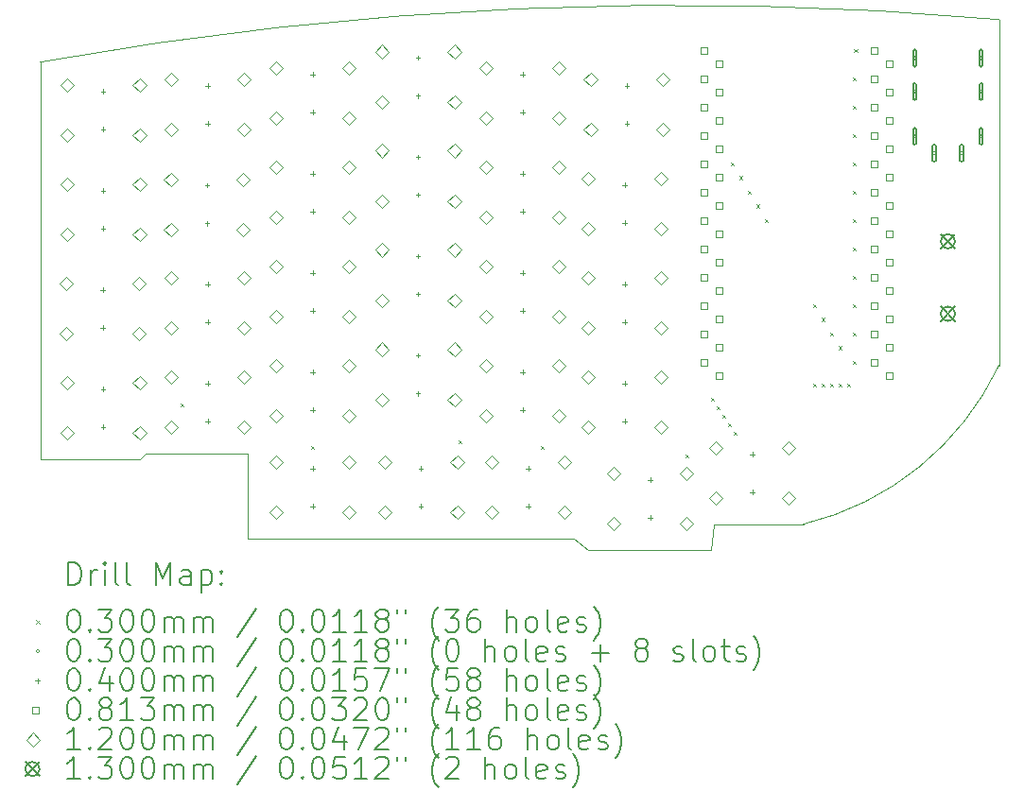
<source format=gbr>
%TF.GenerationSoftware,KiCad,Pcbnew,(6.0.9)*%
%TF.CreationDate,2022-12-16T21:27:44+00:00*%
%TF.ProjectId,PocketSplit-V1,506f636b-6574-4537-906c-69742d56312e,1.0*%
%TF.SameCoordinates,Original*%
%TF.FileFunction,Drillmap*%
%TF.FilePolarity,Positive*%
%FSLAX45Y45*%
G04 Gerber Fmt 4.5, Leading zero omitted, Abs format (unit mm)*
G04 Created by KiCad (PCBNEW (6.0.9)) date 2022-12-16 21:27:44*
%MOMM*%
%LPD*%
G01*
G04 APERTURE LIST*
%ADD10C,0.100000*%
%ADD11C,0.200000*%
%ADD12C,0.030000*%
%ADD13C,0.040000*%
%ADD14C,0.081280*%
%ADD15C,0.120000*%
%ADD16C,0.130000*%
G04 APERTURE END LIST*
D10*
X8445500Y-8763000D02*
X9245600Y-8763000D01*
X7188200Y-8890000D02*
X7315200Y-8991600D01*
X7315200Y-8991600D02*
X8420100Y-8991600D01*
X4267200Y-8890000D02*
X7188200Y-8890000D01*
X3352800Y-8128000D02*
X3302000Y-8178800D01*
X4267200Y-8128000D02*
X3352800Y-8128000D01*
X8420100Y-8991600D02*
X8445500Y-8763000D01*
X10998200Y-4241800D02*
X10998200Y-7340600D01*
X2413000Y-8178800D02*
X2413000Y-4622800D01*
X10998200Y-4241800D02*
G75*
G03*
X2413000Y-4622800I-2873438J-32168959D01*
G01*
X4267200Y-8128000D02*
X4267200Y-8890000D01*
X9245600Y-8762999D02*
G75*
G03*
X10998200Y-7340600I-606010J2537619D01*
G01*
X3302000Y-8178800D02*
X2413000Y-8178800D01*
D11*
D12*
X3668000Y-7681200D02*
X3698000Y-7711200D01*
X3698000Y-7681200D02*
X3668000Y-7711200D01*
X4836400Y-8062200D02*
X4866400Y-8092200D01*
X4866400Y-8062200D02*
X4836400Y-8092200D01*
X6157200Y-8011400D02*
X6187200Y-8041400D01*
X6187200Y-8011400D02*
X6157200Y-8041400D01*
X6893800Y-8062200D02*
X6923800Y-8092200D01*
X6923800Y-8062200D02*
X6893800Y-8092200D01*
X8189200Y-8138400D02*
X8219200Y-8168400D01*
X8219200Y-8138400D02*
X8189200Y-8168400D01*
X8417800Y-7630400D02*
X8447800Y-7660400D01*
X8447800Y-7630400D02*
X8417800Y-7660400D01*
X8468600Y-7706600D02*
X8498600Y-7736600D01*
X8498600Y-7706600D02*
X8468600Y-7736600D01*
X8519400Y-7782800D02*
X8549400Y-7812800D01*
X8549400Y-7782800D02*
X8519400Y-7812800D01*
X8569292Y-7859000D02*
X8599292Y-7889000D01*
X8599292Y-7859000D02*
X8569292Y-7889000D01*
X8595600Y-5522200D02*
X8625600Y-5552200D01*
X8625600Y-5522200D02*
X8595600Y-5552200D01*
X8621000Y-7935200D02*
X8651000Y-7965200D01*
X8651000Y-7935200D02*
X8621000Y-7965200D01*
X8670150Y-5641774D02*
X8700150Y-5671774D01*
X8700150Y-5641774D02*
X8670150Y-5671774D01*
X8748000Y-5776200D02*
X8778000Y-5806200D01*
X8778000Y-5776200D02*
X8748000Y-5806200D01*
X8822622Y-5895774D02*
X8852622Y-5925774D01*
X8852622Y-5895774D02*
X8822622Y-5925774D01*
X8900400Y-6030200D02*
X8930400Y-6060200D01*
X8930400Y-6030200D02*
X8900400Y-6060200D01*
X9332200Y-6792200D02*
X9362200Y-6822200D01*
X9362200Y-6792200D02*
X9332200Y-6822200D01*
X9332200Y-7503400D02*
X9362200Y-7533400D01*
X9362200Y-7503400D02*
X9332200Y-7533400D01*
X9408400Y-6911774D02*
X9438400Y-6941774D01*
X9438400Y-6911774D02*
X9408400Y-6941774D01*
X9408400Y-7503400D02*
X9438400Y-7533400D01*
X9438400Y-7503400D02*
X9408400Y-7533400D01*
X9484600Y-7046200D02*
X9514600Y-7076200D01*
X9514600Y-7046200D02*
X9484600Y-7076200D01*
X9484600Y-7502401D02*
X9514600Y-7532401D01*
X9514600Y-7502401D02*
X9484600Y-7532401D01*
X9560800Y-7165774D02*
X9590800Y-7195774D01*
X9590800Y-7165774D02*
X9560800Y-7195774D01*
X9560800Y-7503400D02*
X9590800Y-7533400D01*
X9590800Y-7503400D02*
X9560800Y-7533400D01*
X9637000Y-7503400D02*
X9667000Y-7533400D01*
X9667000Y-7503400D02*
X9637000Y-7533400D01*
X9686915Y-7045315D02*
X9716915Y-7075315D01*
X9716915Y-7045315D02*
X9686915Y-7075315D01*
X9687532Y-5267689D02*
X9717532Y-5297689D01*
X9717532Y-5267689D02*
X9687532Y-5297689D01*
X9687532Y-6537689D02*
X9717532Y-6567689D01*
X9717532Y-6537689D02*
X9687532Y-6567689D01*
X9687800Y-5013930D02*
X9717800Y-5043930D01*
X9717800Y-5013930D02*
X9687800Y-5043930D01*
X9687800Y-6283930D02*
X9717800Y-6313930D01*
X9717800Y-6283930D02*
X9687800Y-6313930D01*
X9687800Y-4760200D02*
X9717800Y-4790200D01*
X9717800Y-4760200D02*
X9687800Y-4790200D01*
X9687800Y-5522200D02*
X9717800Y-5552200D01*
X9717800Y-5522200D02*
X9687800Y-5552200D01*
X9687800Y-5776200D02*
X9717800Y-5806200D01*
X9717800Y-5776200D02*
X9687800Y-5806200D01*
X9687800Y-6030200D02*
X9717800Y-6060200D01*
X9717800Y-6030200D02*
X9687800Y-6060200D01*
X9687800Y-6792200D02*
X9717800Y-6822200D01*
X9717800Y-6792200D02*
X9687800Y-6822200D01*
X9687800Y-7300200D02*
X9717800Y-7330200D01*
X9717800Y-7300200D02*
X9687800Y-7330200D01*
X9700500Y-4506200D02*
X9730500Y-4536200D01*
X9730500Y-4506200D02*
X9700500Y-4536200D01*
X10258500Y-4586850D02*
G75*
G03*
X10258500Y-4586850I-15000J0D01*
G01*
D11*
X10228500Y-4521850D02*
X10228500Y-4651850D01*
X10258500Y-4521850D02*
X10258500Y-4651850D01*
X10228500Y-4651850D02*
G75*
G03*
X10258500Y-4651850I15000J0D01*
G01*
X10258500Y-4521850D02*
G75*
G03*
X10228500Y-4521850I-15000J0D01*
G01*
D12*
X10258500Y-4886850D02*
G75*
G03*
X10258500Y-4886850I-15000J0D01*
G01*
D11*
X10228500Y-4821850D02*
X10228500Y-4951850D01*
X10258500Y-4821850D02*
X10258500Y-4951850D01*
X10228500Y-4951850D02*
G75*
G03*
X10258500Y-4951850I15000J0D01*
G01*
X10258500Y-4821850D02*
G75*
G03*
X10228500Y-4821850I-15000J0D01*
G01*
D12*
X10258500Y-5286850D02*
G75*
G03*
X10258500Y-5286850I-15000J0D01*
G01*
D11*
X10228500Y-5221850D02*
X10228500Y-5351850D01*
X10258500Y-5221850D02*
X10258500Y-5351850D01*
X10228500Y-5351850D02*
G75*
G03*
X10258500Y-5351850I15000J0D01*
G01*
X10258500Y-5221850D02*
G75*
G03*
X10228500Y-5221850I-15000J0D01*
G01*
D12*
X10433500Y-5436850D02*
G75*
G03*
X10433500Y-5436850I-15000J0D01*
G01*
D11*
X10403500Y-5371850D02*
X10403500Y-5501850D01*
X10433500Y-5371850D02*
X10433500Y-5501850D01*
X10403500Y-5501850D02*
G75*
G03*
X10433500Y-5501850I15000J0D01*
G01*
X10433500Y-5371850D02*
G75*
G03*
X10403500Y-5371850I-15000J0D01*
G01*
D12*
X10678500Y-5436850D02*
G75*
G03*
X10678500Y-5436850I-15000J0D01*
G01*
D11*
X10648500Y-5371850D02*
X10648500Y-5501850D01*
X10678500Y-5371850D02*
X10678500Y-5501850D01*
X10648500Y-5501850D02*
G75*
G03*
X10678500Y-5501850I15000J0D01*
G01*
X10678500Y-5371850D02*
G75*
G03*
X10648500Y-5371850I-15000J0D01*
G01*
D12*
X10853500Y-4586850D02*
G75*
G03*
X10853500Y-4586850I-15000J0D01*
G01*
D11*
X10823500Y-4521850D02*
X10823500Y-4651850D01*
X10853500Y-4521850D02*
X10853500Y-4651850D01*
X10823500Y-4651850D02*
G75*
G03*
X10853500Y-4651850I15000J0D01*
G01*
X10853500Y-4521850D02*
G75*
G03*
X10823500Y-4521850I-15000J0D01*
G01*
D12*
X10853500Y-4886850D02*
G75*
G03*
X10853500Y-4886850I-15000J0D01*
G01*
D11*
X10823500Y-4821850D02*
X10823500Y-4951850D01*
X10853500Y-4821850D02*
X10853500Y-4951850D01*
X10823500Y-4951850D02*
G75*
G03*
X10853500Y-4951850I15000J0D01*
G01*
X10853500Y-4821850D02*
G75*
G03*
X10823500Y-4821850I-15000J0D01*
G01*
D12*
X10853500Y-5286850D02*
G75*
G03*
X10853500Y-5286850I-15000J0D01*
G01*
D11*
X10823500Y-5221850D02*
X10823500Y-5351850D01*
X10853500Y-5221850D02*
X10853500Y-5351850D01*
X10823500Y-5351850D02*
G75*
G03*
X10853500Y-5351850I15000J0D01*
G01*
X10853500Y-5221850D02*
G75*
G03*
X10823500Y-5221850I-15000J0D01*
G01*
D13*
X2971800Y-6642600D02*
X2971800Y-6682600D01*
X2951800Y-6662600D02*
X2991800Y-6662600D01*
X2971800Y-6982600D02*
X2971800Y-7022600D01*
X2951800Y-7002600D02*
X2991800Y-7002600D01*
X2977000Y-4865000D02*
X2977000Y-4905000D01*
X2957000Y-4885000D02*
X2997000Y-4885000D01*
X2977000Y-5205000D02*
X2977000Y-5245000D01*
X2957000Y-5225000D02*
X2997000Y-5225000D01*
X2977000Y-5754000D02*
X2977000Y-5794000D01*
X2957000Y-5774000D02*
X2997000Y-5774000D01*
X2977000Y-6094000D02*
X2977000Y-6134000D01*
X2957000Y-6114000D02*
X2997000Y-6114000D01*
X2977000Y-7532000D02*
X2977000Y-7572000D01*
X2957000Y-7552000D02*
X2997000Y-7552000D01*
X2977000Y-7872000D02*
X2977000Y-7912000D01*
X2957000Y-7892000D02*
X2997000Y-7892000D01*
X3906400Y-5707200D02*
X3906400Y-5747200D01*
X3886400Y-5727200D02*
X3926400Y-5727200D01*
X3906400Y-6047200D02*
X3906400Y-6087200D01*
X3886400Y-6067200D02*
X3926400Y-6067200D01*
X3911600Y-4814200D02*
X3911600Y-4854200D01*
X3891600Y-4834200D02*
X3931600Y-4834200D01*
X3911600Y-5154200D02*
X3911600Y-5194200D01*
X3891600Y-5174200D02*
X3931600Y-5174200D01*
X3911600Y-6591800D02*
X3911600Y-6631800D01*
X3891600Y-6611800D02*
X3931600Y-6611800D01*
X3911600Y-6931800D02*
X3911600Y-6971800D01*
X3891600Y-6951800D02*
X3931600Y-6951800D01*
X3911600Y-7481200D02*
X3911600Y-7521200D01*
X3891600Y-7501200D02*
X3931600Y-7501200D01*
X3911600Y-7821200D02*
X3911600Y-7861200D01*
X3891600Y-7841200D02*
X3931600Y-7841200D01*
X4851400Y-4711800D02*
X4851400Y-4751800D01*
X4831400Y-4731800D02*
X4871400Y-4731800D01*
X4851400Y-5051800D02*
X4851400Y-5091800D01*
X4831400Y-5071800D02*
X4871400Y-5071800D01*
X4851400Y-5601200D02*
X4851400Y-5641200D01*
X4831400Y-5621200D02*
X4871400Y-5621200D01*
X4851400Y-5941200D02*
X4851400Y-5981200D01*
X4831400Y-5961200D02*
X4871400Y-5961200D01*
X4851400Y-6490200D02*
X4851400Y-6530200D01*
X4831400Y-6510200D02*
X4871400Y-6510200D01*
X4851400Y-6830200D02*
X4851400Y-6870200D01*
X4831400Y-6850200D02*
X4871400Y-6850200D01*
X4851400Y-7378800D02*
X4851400Y-7418800D01*
X4831400Y-7398800D02*
X4871400Y-7398800D01*
X4851400Y-7718800D02*
X4851400Y-7758800D01*
X4831400Y-7738800D02*
X4871400Y-7738800D01*
X4851400Y-8242800D02*
X4851400Y-8282800D01*
X4831400Y-8262800D02*
X4871400Y-8262800D01*
X4851400Y-8582800D02*
X4851400Y-8622800D01*
X4831400Y-8602800D02*
X4871400Y-8602800D01*
X5796400Y-4563400D02*
X5796400Y-4603400D01*
X5776400Y-4583400D02*
X5816400Y-4583400D01*
X5796400Y-4903400D02*
X5796400Y-4943400D01*
X5776400Y-4923400D02*
X5816400Y-4923400D01*
X5796400Y-5452000D02*
X5796400Y-5492000D01*
X5776400Y-5472000D02*
X5816400Y-5472000D01*
X5796400Y-5792000D02*
X5796400Y-5832000D01*
X5776400Y-5812000D02*
X5816400Y-5812000D01*
X5796400Y-6341000D02*
X5796400Y-6381000D01*
X5776400Y-6361000D02*
X5816400Y-6361000D01*
X5796400Y-6681000D02*
X5796400Y-6721000D01*
X5776400Y-6701000D02*
X5816400Y-6701000D01*
X5796400Y-7230400D02*
X5796400Y-7270400D01*
X5776400Y-7250400D02*
X5816400Y-7250400D01*
X5796400Y-7570400D02*
X5796400Y-7610400D01*
X5776400Y-7590400D02*
X5816400Y-7590400D01*
X5821800Y-8242800D02*
X5821800Y-8282800D01*
X5801800Y-8262800D02*
X5841800Y-8262800D01*
X5821800Y-8582800D02*
X5821800Y-8622800D01*
X5801800Y-8602800D02*
X5841800Y-8602800D01*
X6731000Y-4712200D02*
X6731000Y-4752200D01*
X6711000Y-4732200D02*
X6751000Y-4732200D01*
X6731000Y-5052200D02*
X6731000Y-5092200D01*
X6711000Y-5072200D02*
X6751000Y-5072200D01*
X6731000Y-5600800D02*
X6731000Y-5640800D01*
X6711000Y-5620800D02*
X6751000Y-5620800D01*
X6731000Y-5940800D02*
X6731000Y-5980800D01*
X6711000Y-5960800D02*
X6751000Y-5960800D01*
X6731000Y-6489800D02*
X6731000Y-6529800D01*
X6711000Y-6509800D02*
X6751000Y-6509800D01*
X6731000Y-6829800D02*
X6731000Y-6869800D01*
X6711000Y-6849800D02*
X6751000Y-6849800D01*
X6731000Y-7378800D02*
X6731000Y-7418800D01*
X6711000Y-7398800D02*
X6751000Y-7398800D01*
X6731000Y-7718800D02*
X6731000Y-7758800D01*
X6711000Y-7738800D02*
X6751000Y-7738800D01*
X6781800Y-8242800D02*
X6781800Y-8282800D01*
X6761800Y-8262800D02*
X6801800Y-8262800D01*
X6781800Y-8582800D02*
X6781800Y-8622800D01*
X6761800Y-8602800D02*
X6801800Y-8602800D01*
X7645400Y-5703200D02*
X7645400Y-5743200D01*
X7625400Y-5723200D02*
X7665400Y-5723200D01*
X7645400Y-6043200D02*
X7645400Y-6083200D01*
X7625400Y-6063200D02*
X7665400Y-6063200D01*
X7645400Y-6591800D02*
X7645400Y-6631800D01*
X7625400Y-6611800D02*
X7665400Y-6611800D01*
X7645400Y-6931800D02*
X7645400Y-6971800D01*
X7625400Y-6951800D02*
X7665400Y-6951800D01*
X7645400Y-7480800D02*
X7645400Y-7520800D01*
X7625400Y-7500800D02*
X7665400Y-7500800D01*
X7645400Y-7820800D02*
X7645400Y-7860800D01*
X7625400Y-7840800D02*
X7665400Y-7840800D01*
X7665600Y-4813800D02*
X7665600Y-4853800D01*
X7645600Y-4833800D02*
X7685600Y-4833800D01*
X7665600Y-5153800D02*
X7665600Y-5193800D01*
X7645600Y-5173800D02*
X7685600Y-5173800D01*
X7874000Y-8344400D02*
X7874000Y-8384400D01*
X7854000Y-8364400D02*
X7894000Y-8364400D01*
X7874000Y-8684400D02*
X7874000Y-8724400D01*
X7854000Y-8704400D02*
X7894000Y-8704400D01*
X8788400Y-8115800D02*
X8788400Y-8155800D01*
X8768400Y-8135800D02*
X8808400Y-8135800D01*
X8788400Y-8455800D02*
X8788400Y-8495800D01*
X8768400Y-8475800D02*
X8808400Y-8475800D01*
D14*
X8387609Y-4549937D02*
X8387609Y-4492463D01*
X8330135Y-4492463D01*
X8330135Y-4549937D01*
X8387609Y-4549937D01*
X8387609Y-4803937D02*
X8387609Y-4746463D01*
X8330135Y-4746463D01*
X8330135Y-4803937D01*
X8387609Y-4803937D01*
X8387609Y-5057937D02*
X8387609Y-5000463D01*
X8330135Y-5000463D01*
X8330135Y-5057937D01*
X8387609Y-5057937D01*
X8387609Y-5311937D02*
X8387609Y-5254463D01*
X8330135Y-5254463D01*
X8330135Y-5311937D01*
X8387609Y-5311937D01*
X8387609Y-5565937D02*
X8387609Y-5508463D01*
X8330135Y-5508463D01*
X8330135Y-5565937D01*
X8387609Y-5565937D01*
X8387609Y-5819937D02*
X8387609Y-5762463D01*
X8330135Y-5762463D01*
X8330135Y-5819937D01*
X8387609Y-5819937D01*
X8387609Y-6073937D02*
X8387609Y-6016463D01*
X8330135Y-6016463D01*
X8330135Y-6073937D01*
X8387609Y-6073937D01*
X8387609Y-6327937D02*
X8387609Y-6270463D01*
X8330135Y-6270463D01*
X8330135Y-6327937D01*
X8387609Y-6327937D01*
X8387609Y-6581937D02*
X8387609Y-6524463D01*
X8330135Y-6524463D01*
X8330135Y-6581937D01*
X8387609Y-6581937D01*
X8387609Y-6835937D02*
X8387609Y-6778463D01*
X8330135Y-6778463D01*
X8330135Y-6835937D01*
X8387609Y-6835937D01*
X8387609Y-7089937D02*
X8387609Y-7032463D01*
X8330135Y-7032463D01*
X8330135Y-7089937D01*
X8387609Y-7089937D01*
X8387609Y-7343937D02*
X8387609Y-7286463D01*
X8330135Y-7286463D01*
X8330135Y-7343937D01*
X8387609Y-7343937D01*
X8517491Y-4669512D02*
X8517491Y-4612037D01*
X8460016Y-4612037D01*
X8460016Y-4669512D01*
X8517491Y-4669512D01*
X8517491Y-4923512D02*
X8517491Y-4866037D01*
X8460016Y-4866037D01*
X8460016Y-4923512D01*
X8517491Y-4923512D01*
X8517491Y-5177512D02*
X8517491Y-5120037D01*
X8460016Y-5120037D01*
X8460016Y-5177512D01*
X8517491Y-5177512D01*
X8517491Y-5431512D02*
X8517491Y-5374037D01*
X8460016Y-5374037D01*
X8460016Y-5431512D01*
X8517491Y-5431512D01*
X8517491Y-5685512D02*
X8517491Y-5628037D01*
X8460016Y-5628037D01*
X8460016Y-5685512D01*
X8517491Y-5685512D01*
X8517491Y-5939512D02*
X8517491Y-5882037D01*
X8460016Y-5882037D01*
X8460016Y-5939512D01*
X8517491Y-5939512D01*
X8517491Y-6193512D02*
X8517491Y-6136037D01*
X8460016Y-6136037D01*
X8460016Y-6193512D01*
X8517491Y-6193512D01*
X8517491Y-6447512D02*
X8517491Y-6390037D01*
X8460016Y-6390037D01*
X8460016Y-6447512D01*
X8517491Y-6447512D01*
X8517491Y-6701512D02*
X8517491Y-6644037D01*
X8460016Y-6644037D01*
X8460016Y-6701512D01*
X8517491Y-6701512D01*
X8517491Y-6955512D02*
X8517491Y-6898037D01*
X8460016Y-6898037D01*
X8460016Y-6955512D01*
X8517491Y-6955512D01*
X8517491Y-7209512D02*
X8517491Y-7152037D01*
X8460016Y-7152037D01*
X8460016Y-7209512D01*
X8517491Y-7209512D01*
X8517491Y-7463512D02*
X8517491Y-7406037D01*
X8460016Y-7406037D01*
X8460016Y-7463512D01*
X8517491Y-7463512D01*
X9911609Y-4549937D02*
X9911609Y-4492463D01*
X9854135Y-4492463D01*
X9854135Y-4549937D01*
X9911609Y-4549937D01*
X9911609Y-4803937D02*
X9911609Y-4746463D01*
X9854135Y-4746463D01*
X9854135Y-4803937D01*
X9911609Y-4803937D01*
X9911609Y-5057937D02*
X9911609Y-5000463D01*
X9854135Y-5000463D01*
X9854135Y-5057937D01*
X9911609Y-5057937D01*
X9911609Y-5311937D02*
X9911609Y-5254463D01*
X9854135Y-5254463D01*
X9854135Y-5311937D01*
X9911609Y-5311937D01*
X9911609Y-5565937D02*
X9911609Y-5508463D01*
X9854135Y-5508463D01*
X9854135Y-5565937D01*
X9911609Y-5565937D01*
X9911609Y-5819937D02*
X9911609Y-5762463D01*
X9854135Y-5762463D01*
X9854135Y-5819937D01*
X9911609Y-5819937D01*
X9911609Y-6073937D02*
X9911609Y-6016463D01*
X9854135Y-6016463D01*
X9854135Y-6073937D01*
X9911609Y-6073937D01*
X9911609Y-6327937D02*
X9911609Y-6270463D01*
X9854135Y-6270463D01*
X9854135Y-6327937D01*
X9911609Y-6327937D01*
X9911609Y-6581937D02*
X9911609Y-6524463D01*
X9854135Y-6524463D01*
X9854135Y-6581937D01*
X9911609Y-6581937D01*
X9911609Y-6835937D02*
X9911609Y-6778463D01*
X9854135Y-6778463D01*
X9854135Y-6835937D01*
X9911609Y-6835937D01*
X9911609Y-7089937D02*
X9911609Y-7032463D01*
X9854135Y-7032463D01*
X9854135Y-7089937D01*
X9911609Y-7089937D01*
X9911609Y-7343937D02*
X9911609Y-7286463D01*
X9854135Y-7286463D01*
X9854135Y-7343937D01*
X9911609Y-7343937D01*
X10041491Y-4669512D02*
X10041491Y-4612037D01*
X9984016Y-4612037D01*
X9984016Y-4669512D01*
X10041491Y-4669512D01*
X10041491Y-4923512D02*
X10041491Y-4866037D01*
X9984016Y-4866037D01*
X9984016Y-4923512D01*
X10041491Y-4923512D01*
X10041491Y-5177512D02*
X10041491Y-5120037D01*
X9984016Y-5120037D01*
X9984016Y-5177512D01*
X10041491Y-5177512D01*
X10041491Y-5431512D02*
X10041491Y-5374037D01*
X9984016Y-5374037D01*
X9984016Y-5431512D01*
X10041491Y-5431512D01*
X10041491Y-5685512D02*
X10041491Y-5628037D01*
X9984016Y-5628037D01*
X9984016Y-5685512D01*
X10041491Y-5685512D01*
X10041491Y-5939512D02*
X10041491Y-5882037D01*
X9984016Y-5882037D01*
X9984016Y-5939512D01*
X10041491Y-5939512D01*
X10041491Y-6193512D02*
X10041491Y-6136037D01*
X9984016Y-6136037D01*
X9984016Y-6193512D01*
X10041491Y-6193512D01*
X10041491Y-6447512D02*
X10041491Y-6390037D01*
X9984016Y-6390037D01*
X9984016Y-6447512D01*
X10041491Y-6447512D01*
X10041491Y-6701512D02*
X10041491Y-6644037D01*
X9984016Y-6644037D01*
X9984016Y-6701512D01*
X10041491Y-6701512D01*
X10041491Y-6955512D02*
X10041491Y-6898037D01*
X9984016Y-6898037D01*
X9984016Y-6955512D01*
X10041491Y-6955512D01*
X10041491Y-7209512D02*
X10041491Y-7152037D01*
X9984016Y-7152037D01*
X9984016Y-7209512D01*
X10041491Y-7209512D01*
X10041491Y-7463512D02*
X10041491Y-7406037D01*
X9984016Y-7406037D01*
X9984016Y-7463512D01*
X10041491Y-7463512D01*
D15*
X2646800Y-6667600D02*
X2706800Y-6607600D01*
X2646800Y-6547600D01*
X2586800Y-6607600D01*
X2646800Y-6667600D01*
X2646800Y-7117600D02*
X2706800Y-7057600D01*
X2646800Y-6997600D01*
X2586800Y-7057600D01*
X2646800Y-7117600D01*
X2652000Y-4890000D02*
X2712000Y-4830000D01*
X2652000Y-4770000D01*
X2592000Y-4830000D01*
X2652000Y-4890000D01*
X2652000Y-5340000D02*
X2712000Y-5280000D01*
X2652000Y-5220000D01*
X2592000Y-5280000D01*
X2652000Y-5340000D01*
X2652000Y-5779000D02*
X2712000Y-5719000D01*
X2652000Y-5659000D01*
X2592000Y-5719000D01*
X2652000Y-5779000D01*
X2652000Y-6229000D02*
X2712000Y-6169000D01*
X2652000Y-6109000D01*
X2592000Y-6169000D01*
X2652000Y-6229000D01*
X2652000Y-7557000D02*
X2712000Y-7497000D01*
X2652000Y-7437000D01*
X2592000Y-7497000D01*
X2652000Y-7557000D01*
X2652000Y-8007000D02*
X2712000Y-7947000D01*
X2652000Y-7887000D01*
X2592000Y-7947000D01*
X2652000Y-8007000D01*
X3296800Y-6667600D02*
X3356800Y-6607600D01*
X3296800Y-6547600D01*
X3236800Y-6607600D01*
X3296800Y-6667600D01*
X3296800Y-7117600D02*
X3356800Y-7057600D01*
X3296800Y-6997600D01*
X3236800Y-7057600D01*
X3296800Y-7117600D01*
X3302000Y-4890000D02*
X3362000Y-4830000D01*
X3302000Y-4770000D01*
X3242000Y-4830000D01*
X3302000Y-4890000D01*
X3302000Y-5340000D02*
X3362000Y-5280000D01*
X3302000Y-5220000D01*
X3242000Y-5280000D01*
X3302000Y-5340000D01*
X3302000Y-5779000D02*
X3362000Y-5719000D01*
X3302000Y-5659000D01*
X3242000Y-5719000D01*
X3302000Y-5779000D01*
X3302000Y-6229000D02*
X3362000Y-6169000D01*
X3302000Y-6109000D01*
X3242000Y-6169000D01*
X3302000Y-6229000D01*
X3302000Y-7557000D02*
X3362000Y-7497000D01*
X3302000Y-7437000D01*
X3242000Y-7497000D01*
X3302000Y-7557000D01*
X3302000Y-8007000D02*
X3362000Y-7947000D01*
X3302000Y-7887000D01*
X3242000Y-7947000D01*
X3302000Y-8007000D01*
X3581400Y-5732200D02*
X3641400Y-5672200D01*
X3581400Y-5612200D01*
X3521400Y-5672200D01*
X3581400Y-5732200D01*
X3581400Y-6182200D02*
X3641400Y-6122200D01*
X3581400Y-6062200D01*
X3521400Y-6122200D01*
X3581400Y-6182200D01*
X3586600Y-4839200D02*
X3646600Y-4779200D01*
X3586600Y-4719200D01*
X3526600Y-4779200D01*
X3586600Y-4839200D01*
X3586600Y-5289200D02*
X3646600Y-5229200D01*
X3586600Y-5169200D01*
X3526600Y-5229200D01*
X3586600Y-5289200D01*
X3586600Y-6616800D02*
X3646600Y-6556800D01*
X3586600Y-6496800D01*
X3526600Y-6556800D01*
X3586600Y-6616800D01*
X3586600Y-7066800D02*
X3646600Y-7006800D01*
X3586600Y-6946800D01*
X3526600Y-7006800D01*
X3586600Y-7066800D01*
X3586600Y-7506200D02*
X3646600Y-7446200D01*
X3586600Y-7386200D01*
X3526600Y-7446200D01*
X3586600Y-7506200D01*
X3586600Y-7956200D02*
X3646600Y-7896200D01*
X3586600Y-7836200D01*
X3526600Y-7896200D01*
X3586600Y-7956200D01*
X4231400Y-5732200D02*
X4291400Y-5672200D01*
X4231400Y-5612200D01*
X4171400Y-5672200D01*
X4231400Y-5732200D01*
X4231400Y-6182200D02*
X4291400Y-6122200D01*
X4231400Y-6062200D01*
X4171400Y-6122200D01*
X4231400Y-6182200D01*
X4236600Y-4839200D02*
X4296600Y-4779200D01*
X4236600Y-4719200D01*
X4176600Y-4779200D01*
X4236600Y-4839200D01*
X4236600Y-5289200D02*
X4296600Y-5229200D01*
X4236600Y-5169200D01*
X4176600Y-5229200D01*
X4236600Y-5289200D01*
X4236600Y-6616800D02*
X4296600Y-6556800D01*
X4236600Y-6496800D01*
X4176600Y-6556800D01*
X4236600Y-6616800D01*
X4236600Y-7066800D02*
X4296600Y-7006800D01*
X4236600Y-6946800D01*
X4176600Y-7006800D01*
X4236600Y-7066800D01*
X4236600Y-7506200D02*
X4296600Y-7446200D01*
X4236600Y-7386200D01*
X4176600Y-7446200D01*
X4236600Y-7506200D01*
X4236600Y-7956200D02*
X4296600Y-7896200D01*
X4236600Y-7836200D01*
X4176600Y-7896200D01*
X4236600Y-7956200D01*
X4526400Y-4736800D02*
X4586400Y-4676800D01*
X4526400Y-4616800D01*
X4466400Y-4676800D01*
X4526400Y-4736800D01*
X4526400Y-5186800D02*
X4586400Y-5126800D01*
X4526400Y-5066800D01*
X4466400Y-5126800D01*
X4526400Y-5186800D01*
X4526400Y-5626200D02*
X4586400Y-5566200D01*
X4526400Y-5506200D01*
X4466400Y-5566200D01*
X4526400Y-5626200D01*
X4526400Y-6076200D02*
X4586400Y-6016200D01*
X4526400Y-5956200D01*
X4466400Y-6016200D01*
X4526400Y-6076200D01*
X4526400Y-6515200D02*
X4586400Y-6455200D01*
X4526400Y-6395200D01*
X4466400Y-6455200D01*
X4526400Y-6515200D01*
X4526400Y-6965200D02*
X4586400Y-6905200D01*
X4526400Y-6845200D01*
X4466400Y-6905200D01*
X4526400Y-6965200D01*
X4526400Y-7403800D02*
X4586400Y-7343800D01*
X4526400Y-7283800D01*
X4466400Y-7343800D01*
X4526400Y-7403800D01*
X4526400Y-7853800D02*
X4586400Y-7793800D01*
X4526400Y-7733800D01*
X4466400Y-7793800D01*
X4526400Y-7853800D01*
X4526400Y-8267800D02*
X4586400Y-8207800D01*
X4526400Y-8147800D01*
X4466400Y-8207800D01*
X4526400Y-8267800D01*
X4526400Y-8717800D02*
X4586400Y-8657800D01*
X4526400Y-8597800D01*
X4466400Y-8657800D01*
X4526400Y-8717800D01*
X5176400Y-4736800D02*
X5236400Y-4676800D01*
X5176400Y-4616800D01*
X5116400Y-4676800D01*
X5176400Y-4736800D01*
X5176400Y-5186800D02*
X5236400Y-5126800D01*
X5176400Y-5066800D01*
X5116400Y-5126800D01*
X5176400Y-5186800D01*
X5176400Y-5626200D02*
X5236400Y-5566200D01*
X5176400Y-5506200D01*
X5116400Y-5566200D01*
X5176400Y-5626200D01*
X5176400Y-6076200D02*
X5236400Y-6016200D01*
X5176400Y-5956200D01*
X5116400Y-6016200D01*
X5176400Y-6076200D01*
X5176400Y-6515200D02*
X5236400Y-6455200D01*
X5176400Y-6395200D01*
X5116400Y-6455200D01*
X5176400Y-6515200D01*
X5176400Y-6965200D02*
X5236400Y-6905200D01*
X5176400Y-6845200D01*
X5116400Y-6905200D01*
X5176400Y-6965200D01*
X5176400Y-7403800D02*
X5236400Y-7343800D01*
X5176400Y-7283800D01*
X5116400Y-7343800D01*
X5176400Y-7403800D01*
X5176400Y-7853800D02*
X5236400Y-7793800D01*
X5176400Y-7733800D01*
X5116400Y-7793800D01*
X5176400Y-7853800D01*
X5176400Y-8267800D02*
X5236400Y-8207800D01*
X5176400Y-8147800D01*
X5116400Y-8207800D01*
X5176400Y-8267800D01*
X5176400Y-8717800D02*
X5236400Y-8657800D01*
X5176400Y-8597800D01*
X5116400Y-8657800D01*
X5176400Y-8717800D01*
X5471400Y-4588400D02*
X5531400Y-4528400D01*
X5471400Y-4468400D01*
X5411400Y-4528400D01*
X5471400Y-4588400D01*
X5471400Y-5038400D02*
X5531400Y-4978400D01*
X5471400Y-4918400D01*
X5411400Y-4978400D01*
X5471400Y-5038400D01*
X5471400Y-5477000D02*
X5531400Y-5417000D01*
X5471400Y-5357000D01*
X5411400Y-5417000D01*
X5471400Y-5477000D01*
X5471400Y-5927000D02*
X5531400Y-5867000D01*
X5471400Y-5807000D01*
X5411400Y-5867000D01*
X5471400Y-5927000D01*
X5471400Y-6366000D02*
X5531400Y-6306000D01*
X5471400Y-6246000D01*
X5411400Y-6306000D01*
X5471400Y-6366000D01*
X5471400Y-6816000D02*
X5531400Y-6756000D01*
X5471400Y-6696000D01*
X5411400Y-6756000D01*
X5471400Y-6816000D01*
X5471400Y-7255400D02*
X5531400Y-7195400D01*
X5471400Y-7135400D01*
X5411400Y-7195400D01*
X5471400Y-7255400D01*
X5471400Y-7705400D02*
X5531400Y-7645400D01*
X5471400Y-7585400D01*
X5411400Y-7645400D01*
X5471400Y-7705400D01*
X5496800Y-8267800D02*
X5556800Y-8207800D01*
X5496800Y-8147800D01*
X5436800Y-8207800D01*
X5496800Y-8267800D01*
X5496800Y-8717800D02*
X5556800Y-8657800D01*
X5496800Y-8597800D01*
X5436800Y-8657800D01*
X5496800Y-8717800D01*
X6121400Y-4588400D02*
X6181400Y-4528400D01*
X6121400Y-4468400D01*
X6061400Y-4528400D01*
X6121400Y-4588400D01*
X6121400Y-5038400D02*
X6181400Y-4978400D01*
X6121400Y-4918400D01*
X6061400Y-4978400D01*
X6121400Y-5038400D01*
X6121400Y-5477000D02*
X6181400Y-5417000D01*
X6121400Y-5357000D01*
X6061400Y-5417000D01*
X6121400Y-5477000D01*
X6121400Y-5927000D02*
X6181400Y-5867000D01*
X6121400Y-5807000D01*
X6061400Y-5867000D01*
X6121400Y-5927000D01*
X6121400Y-6366000D02*
X6181400Y-6306000D01*
X6121400Y-6246000D01*
X6061400Y-6306000D01*
X6121400Y-6366000D01*
X6121400Y-6816000D02*
X6181400Y-6756000D01*
X6121400Y-6696000D01*
X6061400Y-6756000D01*
X6121400Y-6816000D01*
X6121400Y-7255400D02*
X6181400Y-7195400D01*
X6121400Y-7135400D01*
X6061400Y-7195400D01*
X6121400Y-7255400D01*
X6121400Y-7705400D02*
X6181400Y-7645400D01*
X6121400Y-7585400D01*
X6061400Y-7645400D01*
X6121400Y-7705400D01*
X6146800Y-8267800D02*
X6206800Y-8207800D01*
X6146800Y-8147800D01*
X6086800Y-8207800D01*
X6146800Y-8267800D01*
X6146800Y-8717800D02*
X6206800Y-8657800D01*
X6146800Y-8597800D01*
X6086800Y-8657800D01*
X6146800Y-8717800D01*
X6406000Y-4737200D02*
X6466000Y-4677200D01*
X6406000Y-4617200D01*
X6346000Y-4677200D01*
X6406000Y-4737200D01*
X6406000Y-5187200D02*
X6466000Y-5127200D01*
X6406000Y-5067200D01*
X6346000Y-5127200D01*
X6406000Y-5187200D01*
X6406000Y-5625800D02*
X6466000Y-5565800D01*
X6406000Y-5505800D01*
X6346000Y-5565800D01*
X6406000Y-5625800D01*
X6406000Y-6075800D02*
X6466000Y-6015800D01*
X6406000Y-5955800D01*
X6346000Y-6015800D01*
X6406000Y-6075800D01*
X6406000Y-6514800D02*
X6466000Y-6454800D01*
X6406000Y-6394800D01*
X6346000Y-6454800D01*
X6406000Y-6514800D01*
X6406000Y-6964800D02*
X6466000Y-6904800D01*
X6406000Y-6844800D01*
X6346000Y-6904800D01*
X6406000Y-6964800D01*
X6406000Y-7403800D02*
X6466000Y-7343800D01*
X6406000Y-7283800D01*
X6346000Y-7343800D01*
X6406000Y-7403800D01*
X6406000Y-7853800D02*
X6466000Y-7793800D01*
X6406000Y-7733800D01*
X6346000Y-7793800D01*
X6406000Y-7853800D01*
X6456800Y-8267800D02*
X6516800Y-8207800D01*
X6456800Y-8147800D01*
X6396800Y-8207800D01*
X6456800Y-8267800D01*
X6456800Y-8717800D02*
X6516800Y-8657800D01*
X6456800Y-8597800D01*
X6396800Y-8657800D01*
X6456800Y-8717800D01*
X7056000Y-4737200D02*
X7116000Y-4677200D01*
X7056000Y-4617200D01*
X6996000Y-4677200D01*
X7056000Y-4737200D01*
X7056000Y-5187200D02*
X7116000Y-5127200D01*
X7056000Y-5067200D01*
X6996000Y-5127200D01*
X7056000Y-5187200D01*
X7056000Y-5625800D02*
X7116000Y-5565800D01*
X7056000Y-5505800D01*
X6996000Y-5565800D01*
X7056000Y-5625800D01*
X7056000Y-6075800D02*
X7116000Y-6015800D01*
X7056000Y-5955800D01*
X6996000Y-6015800D01*
X7056000Y-6075800D01*
X7056000Y-6514800D02*
X7116000Y-6454800D01*
X7056000Y-6394800D01*
X6996000Y-6454800D01*
X7056000Y-6514800D01*
X7056000Y-6964800D02*
X7116000Y-6904800D01*
X7056000Y-6844800D01*
X6996000Y-6904800D01*
X7056000Y-6964800D01*
X7056000Y-7403800D02*
X7116000Y-7343800D01*
X7056000Y-7283800D01*
X6996000Y-7343800D01*
X7056000Y-7403800D01*
X7056000Y-7853800D02*
X7116000Y-7793800D01*
X7056000Y-7733800D01*
X6996000Y-7793800D01*
X7056000Y-7853800D01*
X7106800Y-8267800D02*
X7166800Y-8207800D01*
X7106800Y-8147800D01*
X7046800Y-8207800D01*
X7106800Y-8267800D01*
X7106800Y-8717800D02*
X7166800Y-8657800D01*
X7106800Y-8597800D01*
X7046800Y-8657800D01*
X7106800Y-8717800D01*
X7320400Y-5728200D02*
X7380400Y-5668200D01*
X7320400Y-5608200D01*
X7260400Y-5668200D01*
X7320400Y-5728200D01*
X7320400Y-6178200D02*
X7380400Y-6118200D01*
X7320400Y-6058200D01*
X7260400Y-6118200D01*
X7320400Y-6178200D01*
X7320400Y-6616800D02*
X7380400Y-6556800D01*
X7320400Y-6496800D01*
X7260400Y-6556800D01*
X7320400Y-6616800D01*
X7320400Y-7066800D02*
X7380400Y-7006800D01*
X7320400Y-6946800D01*
X7260400Y-7006800D01*
X7320400Y-7066800D01*
X7320400Y-7505800D02*
X7380400Y-7445800D01*
X7320400Y-7385800D01*
X7260400Y-7445800D01*
X7320400Y-7505800D01*
X7320400Y-7955800D02*
X7380400Y-7895800D01*
X7320400Y-7835800D01*
X7260400Y-7895800D01*
X7320400Y-7955800D01*
X7340600Y-4838800D02*
X7400600Y-4778800D01*
X7340600Y-4718800D01*
X7280600Y-4778800D01*
X7340600Y-4838800D01*
X7340600Y-5288800D02*
X7400600Y-5228800D01*
X7340600Y-5168800D01*
X7280600Y-5228800D01*
X7340600Y-5288800D01*
X7549000Y-8369400D02*
X7609000Y-8309400D01*
X7549000Y-8249400D01*
X7489000Y-8309400D01*
X7549000Y-8369400D01*
X7549000Y-8819400D02*
X7609000Y-8759400D01*
X7549000Y-8699400D01*
X7489000Y-8759400D01*
X7549000Y-8819400D01*
X7970400Y-5728200D02*
X8030400Y-5668200D01*
X7970400Y-5608200D01*
X7910400Y-5668200D01*
X7970400Y-5728200D01*
X7970400Y-6178200D02*
X8030400Y-6118200D01*
X7970400Y-6058200D01*
X7910400Y-6118200D01*
X7970400Y-6178200D01*
X7970400Y-6616800D02*
X8030400Y-6556800D01*
X7970400Y-6496800D01*
X7910400Y-6556800D01*
X7970400Y-6616800D01*
X7970400Y-7066800D02*
X8030400Y-7006800D01*
X7970400Y-6946800D01*
X7910400Y-7006800D01*
X7970400Y-7066800D01*
X7970400Y-7505800D02*
X8030400Y-7445800D01*
X7970400Y-7385800D01*
X7910400Y-7445800D01*
X7970400Y-7505800D01*
X7970400Y-7955800D02*
X8030400Y-7895800D01*
X7970400Y-7835800D01*
X7910400Y-7895800D01*
X7970400Y-7955800D01*
X7990600Y-4838800D02*
X8050600Y-4778800D01*
X7990600Y-4718800D01*
X7930600Y-4778800D01*
X7990600Y-4838800D01*
X7990600Y-5288800D02*
X8050600Y-5228800D01*
X7990600Y-5168800D01*
X7930600Y-5228800D01*
X7990600Y-5288800D01*
X8199000Y-8369400D02*
X8259000Y-8309400D01*
X8199000Y-8249400D01*
X8139000Y-8309400D01*
X8199000Y-8369400D01*
X8199000Y-8819400D02*
X8259000Y-8759400D01*
X8199000Y-8699400D01*
X8139000Y-8759400D01*
X8199000Y-8819400D01*
X8463400Y-8140800D02*
X8523400Y-8080800D01*
X8463400Y-8020800D01*
X8403400Y-8080800D01*
X8463400Y-8140800D01*
X8463400Y-8590800D02*
X8523400Y-8530800D01*
X8463400Y-8470800D01*
X8403400Y-8530800D01*
X8463400Y-8590800D01*
X9113400Y-8140800D02*
X9173400Y-8080800D01*
X9113400Y-8020800D01*
X9053400Y-8080800D01*
X9113400Y-8140800D01*
X9113400Y-8590800D02*
X9173400Y-8530800D01*
X9113400Y-8470800D01*
X9053400Y-8530800D01*
X9113400Y-8590800D01*
D16*
X10476000Y-6163200D02*
X10606000Y-6293200D01*
X10606000Y-6163200D02*
X10476000Y-6293200D01*
X10606000Y-6228200D02*
G75*
G03*
X10606000Y-6228200I-65000J0D01*
G01*
X10476000Y-6813200D02*
X10606000Y-6943200D01*
X10606000Y-6813200D02*
X10476000Y-6943200D01*
X10606000Y-6878200D02*
G75*
G03*
X10606000Y-6878200I-65000J0D01*
G01*
D11*
X2665619Y-9307076D02*
X2665619Y-9107076D01*
X2713238Y-9107076D01*
X2741810Y-9116600D01*
X2760857Y-9135648D01*
X2770381Y-9154695D01*
X2779905Y-9192790D01*
X2779905Y-9221362D01*
X2770381Y-9259457D01*
X2760857Y-9278505D01*
X2741810Y-9297552D01*
X2713238Y-9307076D01*
X2665619Y-9307076D01*
X2865619Y-9307076D02*
X2865619Y-9173743D01*
X2865619Y-9211838D02*
X2875143Y-9192790D01*
X2884667Y-9183267D01*
X2903714Y-9173743D01*
X2922762Y-9173743D01*
X2989428Y-9307076D02*
X2989428Y-9173743D01*
X2989428Y-9107076D02*
X2979905Y-9116600D01*
X2989428Y-9126124D01*
X2998952Y-9116600D01*
X2989428Y-9107076D01*
X2989428Y-9126124D01*
X3113238Y-9307076D02*
X3094190Y-9297552D01*
X3084667Y-9278505D01*
X3084667Y-9107076D01*
X3218000Y-9307076D02*
X3198952Y-9297552D01*
X3189428Y-9278505D01*
X3189428Y-9107076D01*
X3446571Y-9307076D02*
X3446571Y-9107076D01*
X3513238Y-9249933D01*
X3579905Y-9107076D01*
X3579905Y-9307076D01*
X3760857Y-9307076D02*
X3760857Y-9202314D01*
X3751333Y-9183267D01*
X3732286Y-9173743D01*
X3694190Y-9173743D01*
X3675143Y-9183267D01*
X3760857Y-9297552D02*
X3741809Y-9307076D01*
X3694190Y-9307076D01*
X3675143Y-9297552D01*
X3665619Y-9278505D01*
X3665619Y-9259457D01*
X3675143Y-9240410D01*
X3694190Y-9230886D01*
X3741809Y-9230886D01*
X3760857Y-9221362D01*
X3856095Y-9173743D02*
X3856095Y-9373743D01*
X3856095Y-9183267D02*
X3875143Y-9173743D01*
X3913238Y-9173743D01*
X3932286Y-9183267D01*
X3941809Y-9192790D01*
X3951333Y-9211838D01*
X3951333Y-9268981D01*
X3941809Y-9288029D01*
X3932286Y-9297552D01*
X3913238Y-9307076D01*
X3875143Y-9307076D01*
X3856095Y-9297552D01*
X4037048Y-9288029D02*
X4046571Y-9297552D01*
X4037048Y-9307076D01*
X4027524Y-9297552D01*
X4037048Y-9288029D01*
X4037048Y-9307076D01*
X4037048Y-9183267D02*
X4046571Y-9192790D01*
X4037048Y-9202314D01*
X4027524Y-9192790D01*
X4037048Y-9183267D01*
X4037048Y-9202314D01*
D12*
X2378000Y-9621600D02*
X2408000Y-9651600D01*
X2408000Y-9621600D02*
X2378000Y-9651600D01*
D11*
X2703714Y-9527076D02*
X2722762Y-9527076D01*
X2741810Y-9536600D01*
X2751333Y-9546124D01*
X2760857Y-9565171D01*
X2770381Y-9603267D01*
X2770381Y-9650886D01*
X2760857Y-9688981D01*
X2751333Y-9708029D01*
X2741810Y-9717552D01*
X2722762Y-9727076D01*
X2703714Y-9727076D01*
X2684667Y-9717552D01*
X2675143Y-9708029D01*
X2665619Y-9688981D01*
X2656095Y-9650886D01*
X2656095Y-9603267D01*
X2665619Y-9565171D01*
X2675143Y-9546124D01*
X2684667Y-9536600D01*
X2703714Y-9527076D01*
X2856095Y-9708029D02*
X2865619Y-9717552D01*
X2856095Y-9727076D01*
X2846571Y-9717552D01*
X2856095Y-9708029D01*
X2856095Y-9727076D01*
X2932286Y-9527076D02*
X3056095Y-9527076D01*
X2989428Y-9603267D01*
X3018000Y-9603267D01*
X3037048Y-9612790D01*
X3046571Y-9622314D01*
X3056095Y-9641362D01*
X3056095Y-9688981D01*
X3046571Y-9708029D01*
X3037048Y-9717552D01*
X3018000Y-9727076D01*
X2960857Y-9727076D01*
X2941809Y-9717552D01*
X2932286Y-9708029D01*
X3179905Y-9527076D02*
X3198952Y-9527076D01*
X3218000Y-9536600D01*
X3227524Y-9546124D01*
X3237048Y-9565171D01*
X3246571Y-9603267D01*
X3246571Y-9650886D01*
X3237048Y-9688981D01*
X3227524Y-9708029D01*
X3218000Y-9717552D01*
X3198952Y-9727076D01*
X3179905Y-9727076D01*
X3160857Y-9717552D01*
X3151333Y-9708029D01*
X3141809Y-9688981D01*
X3132286Y-9650886D01*
X3132286Y-9603267D01*
X3141809Y-9565171D01*
X3151333Y-9546124D01*
X3160857Y-9536600D01*
X3179905Y-9527076D01*
X3370381Y-9527076D02*
X3389428Y-9527076D01*
X3408476Y-9536600D01*
X3418000Y-9546124D01*
X3427524Y-9565171D01*
X3437048Y-9603267D01*
X3437048Y-9650886D01*
X3427524Y-9688981D01*
X3418000Y-9708029D01*
X3408476Y-9717552D01*
X3389428Y-9727076D01*
X3370381Y-9727076D01*
X3351333Y-9717552D01*
X3341809Y-9708029D01*
X3332286Y-9688981D01*
X3322762Y-9650886D01*
X3322762Y-9603267D01*
X3332286Y-9565171D01*
X3341809Y-9546124D01*
X3351333Y-9536600D01*
X3370381Y-9527076D01*
X3522762Y-9727076D02*
X3522762Y-9593743D01*
X3522762Y-9612790D02*
X3532286Y-9603267D01*
X3551333Y-9593743D01*
X3579905Y-9593743D01*
X3598952Y-9603267D01*
X3608476Y-9622314D01*
X3608476Y-9727076D01*
X3608476Y-9622314D02*
X3618000Y-9603267D01*
X3637048Y-9593743D01*
X3665619Y-9593743D01*
X3684667Y-9603267D01*
X3694190Y-9622314D01*
X3694190Y-9727076D01*
X3789428Y-9727076D02*
X3789428Y-9593743D01*
X3789428Y-9612790D02*
X3798952Y-9603267D01*
X3818000Y-9593743D01*
X3846571Y-9593743D01*
X3865619Y-9603267D01*
X3875143Y-9622314D01*
X3875143Y-9727076D01*
X3875143Y-9622314D02*
X3884667Y-9603267D01*
X3903714Y-9593743D01*
X3932286Y-9593743D01*
X3951333Y-9603267D01*
X3960857Y-9622314D01*
X3960857Y-9727076D01*
X4351333Y-9517552D02*
X4179905Y-9774695D01*
X4608476Y-9527076D02*
X4627524Y-9527076D01*
X4646571Y-9536600D01*
X4656095Y-9546124D01*
X4665619Y-9565171D01*
X4675143Y-9603267D01*
X4675143Y-9650886D01*
X4665619Y-9688981D01*
X4656095Y-9708029D01*
X4646571Y-9717552D01*
X4627524Y-9727076D01*
X4608476Y-9727076D01*
X4589429Y-9717552D01*
X4579905Y-9708029D01*
X4570381Y-9688981D01*
X4560857Y-9650886D01*
X4560857Y-9603267D01*
X4570381Y-9565171D01*
X4579905Y-9546124D01*
X4589429Y-9536600D01*
X4608476Y-9527076D01*
X4760857Y-9708029D02*
X4770381Y-9717552D01*
X4760857Y-9727076D01*
X4751333Y-9717552D01*
X4760857Y-9708029D01*
X4760857Y-9727076D01*
X4894190Y-9527076D02*
X4913238Y-9527076D01*
X4932286Y-9536600D01*
X4941810Y-9546124D01*
X4951333Y-9565171D01*
X4960857Y-9603267D01*
X4960857Y-9650886D01*
X4951333Y-9688981D01*
X4941810Y-9708029D01*
X4932286Y-9717552D01*
X4913238Y-9727076D01*
X4894190Y-9727076D01*
X4875143Y-9717552D01*
X4865619Y-9708029D01*
X4856095Y-9688981D01*
X4846571Y-9650886D01*
X4846571Y-9603267D01*
X4856095Y-9565171D01*
X4865619Y-9546124D01*
X4875143Y-9536600D01*
X4894190Y-9527076D01*
X5151333Y-9727076D02*
X5037048Y-9727076D01*
X5094190Y-9727076D02*
X5094190Y-9527076D01*
X5075143Y-9555648D01*
X5056095Y-9574695D01*
X5037048Y-9584219D01*
X5341810Y-9727076D02*
X5227524Y-9727076D01*
X5284667Y-9727076D02*
X5284667Y-9527076D01*
X5265619Y-9555648D01*
X5246571Y-9574695D01*
X5227524Y-9584219D01*
X5456095Y-9612790D02*
X5437048Y-9603267D01*
X5427524Y-9593743D01*
X5418000Y-9574695D01*
X5418000Y-9565171D01*
X5427524Y-9546124D01*
X5437048Y-9536600D01*
X5456095Y-9527076D01*
X5494190Y-9527076D01*
X5513238Y-9536600D01*
X5522762Y-9546124D01*
X5532286Y-9565171D01*
X5532286Y-9574695D01*
X5522762Y-9593743D01*
X5513238Y-9603267D01*
X5494190Y-9612790D01*
X5456095Y-9612790D01*
X5437048Y-9622314D01*
X5427524Y-9631838D01*
X5418000Y-9650886D01*
X5418000Y-9688981D01*
X5427524Y-9708029D01*
X5437048Y-9717552D01*
X5456095Y-9727076D01*
X5494190Y-9727076D01*
X5513238Y-9717552D01*
X5522762Y-9708029D01*
X5532286Y-9688981D01*
X5532286Y-9650886D01*
X5522762Y-9631838D01*
X5513238Y-9622314D01*
X5494190Y-9612790D01*
X5608476Y-9527076D02*
X5608476Y-9565171D01*
X5684667Y-9527076D02*
X5684667Y-9565171D01*
X5979905Y-9803267D02*
X5970381Y-9793743D01*
X5951333Y-9765171D01*
X5941809Y-9746124D01*
X5932286Y-9717552D01*
X5922762Y-9669933D01*
X5922762Y-9631838D01*
X5932286Y-9584219D01*
X5941809Y-9555648D01*
X5951333Y-9536600D01*
X5970381Y-9508029D01*
X5979905Y-9498505D01*
X6037048Y-9527076D02*
X6160857Y-9527076D01*
X6094190Y-9603267D01*
X6122762Y-9603267D01*
X6141809Y-9612790D01*
X6151333Y-9622314D01*
X6160857Y-9641362D01*
X6160857Y-9688981D01*
X6151333Y-9708029D01*
X6141809Y-9717552D01*
X6122762Y-9727076D01*
X6065619Y-9727076D01*
X6046571Y-9717552D01*
X6037048Y-9708029D01*
X6332286Y-9527076D02*
X6294190Y-9527076D01*
X6275143Y-9536600D01*
X6265619Y-9546124D01*
X6246571Y-9574695D01*
X6237048Y-9612790D01*
X6237048Y-9688981D01*
X6246571Y-9708029D01*
X6256095Y-9717552D01*
X6275143Y-9727076D01*
X6313238Y-9727076D01*
X6332286Y-9717552D01*
X6341809Y-9708029D01*
X6351333Y-9688981D01*
X6351333Y-9641362D01*
X6341809Y-9622314D01*
X6332286Y-9612790D01*
X6313238Y-9603267D01*
X6275143Y-9603267D01*
X6256095Y-9612790D01*
X6246571Y-9622314D01*
X6237048Y-9641362D01*
X6589428Y-9727076D02*
X6589428Y-9527076D01*
X6675143Y-9727076D02*
X6675143Y-9622314D01*
X6665619Y-9603267D01*
X6646571Y-9593743D01*
X6618000Y-9593743D01*
X6598952Y-9603267D01*
X6589428Y-9612790D01*
X6798952Y-9727076D02*
X6779905Y-9717552D01*
X6770381Y-9708029D01*
X6760857Y-9688981D01*
X6760857Y-9631838D01*
X6770381Y-9612790D01*
X6779905Y-9603267D01*
X6798952Y-9593743D01*
X6827524Y-9593743D01*
X6846571Y-9603267D01*
X6856095Y-9612790D01*
X6865619Y-9631838D01*
X6865619Y-9688981D01*
X6856095Y-9708029D01*
X6846571Y-9717552D01*
X6827524Y-9727076D01*
X6798952Y-9727076D01*
X6979905Y-9727076D02*
X6960857Y-9717552D01*
X6951333Y-9698505D01*
X6951333Y-9527076D01*
X7132286Y-9717552D02*
X7113238Y-9727076D01*
X7075143Y-9727076D01*
X7056095Y-9717552D01*
X7046571Y-9698505D01*
X7046571Y-9622314D01*
X7056095Y-9603267D01*
X7075143Y-9593743D01*
X7113238Y-9593743D01*
X7132286Y-9603267D01*
X7141809Y-9622314D01*
X7141809Y-9641362D01*
X7046571Y-9660410D01*
X7218000Y-9717552D02*
X7237048Y-9727076D01*
X7275143Y-9727076D01*
X7294190Y-9717552D01*
X7303714Y-9698505D01*
X7303714Y-9688981D01*
X7294190Y-9669933D01*
X7275143Y-9660410D01*
X7246571Y-9660410D01*
X7227524Y-9650886D01*
X7218000Y-9631838D01*
X7218000Y-9622314D01*
X7227524Y-9603267D01*
X7246571Y-9593743D01*
X7275143Y-9593743D01*
X7294190Y-9603267D01*
X7370381Y-9803267D02*
X7379905Y-9793743D01*
X7398952Y-9765171D01*
X7408476Y-9746124D01*
X7418000Y-9717552D01*
X7427524Y-9669933D01*
X7427524Y-9631838D01*
X7418000Y-9584219D01*
X7408476Y-9555648D01*
X7398952Y-9536600D01*
X7379905Y-9508029D01*
X7370381Y-9498505D01*
D12*
X2408000Y-9900600D02*
G75*
G03*
X2408000Y-9900600I-15000J0D01*
G01*
D11*
X2703714Y-9791076D02*
X2722762Y-9791076D01*
X2741810Y-9800600D01*
X2751333Y-9810124D01*
X2760857Y-9829171D01*
X2770381Y-9867267D01*
X2770381Y-9914886D01*
X2760857Y-9952981D01*
X2751333Y-9972029D01*
X2741810Y-9981552D01*
X2722762Y-9991076D01*
X2703714Y-9991076D01*
X2684667Y-9981552D01*
X2675143Y-9972029D01*
X2665619Y-9952981D01*
X2656095Y-9914886D01*
X2656095Y-9867267D01*
X2665619Y-9829171D01*
X2675143Y-9810124D01*
X2684667Y-9800600D01*
X2703714Y-9791076D01*
X2856095Y-9972029D02*
X2865619Y-9981552D01*
X2856095Y-9991076D01*
X2846571Y-9981552D01*
X2856095Y-9972029D01*
X2856095Y-9991076D01*
X2932286Y-9791076D02*
X3056095Y-9791076D01*
X2989428Y-9867267D01*
X3018000Y-9867267D01*
X3037048Y-9876790D01*
X3046571Y-9886314D01*
X3056095Y-9905362D01*
X3056095Y-9952981D01*
X3046571Y-9972029D01*
X3037048Y-9981552D01*
X3018000Y-9991076D01*
X2960857Y-9991076D01*
X2941809Y-9981552D01*
X2932286Y-9972029D01*
X3179905Y-9791076D02*
X3198952Y-9791076D01*
X3218000Y-9800600D01*
X3227524Y-9810124D01*
X3237048Y-9829171D01*
X3246571Y-9867267D01*
X3246571Y-9914886D01*
X3237048Y-9952981D01*
X3227524Y-9972029D01*
X3218000Y-9981552D01*
X3198952Y-9991076D01*
X3179905Y-9991076D01*
X3160857Y-9981552D01*
X3151333Y-9972029D01*
X3141809Y-9952981D01*
X3132286Y-9914886D01*
X3132286Y-9867267D01*
X3141809Y-9829171D01*
X3151333Y-9810124D01*
X3160857Y-9800600D01*
X3179905Y-9791076D01*
X3370381Y-9791076D02*
X3389428Y-9791076D01*
X3408476Y-9800600D01*
X3418000Y-9810124D01*
X3427524Y-9829171D01*
X3437048Y-9867267D01*
X3437048Y-9914886D01*
X3427524Y-9952981D01*
X3418000Y-9972029D01*
X3408476Y-9981552D01*
X3389428Y-9991076D01*
X3370381Y-9991076D01*
X3351333Y-9981552D01*
X3341809Y-9972029D01*
X3332286Y-9952981D01*
X3322762Y-9914886D01*
X3322762Y-9867267D01*
X3332286Y-9829171D01*
X3341809Y-9810124D01*
X3351333Y-9800600D01*
X3370381Y-9791076D01*
X3522762Y-9991076D02*
X3522762Y-9857743D01*
X3522762Y-9876790D02*
X3532286Y-9867267D01*
X3551333Y-9857743D01*
X3579905Y-9857743D01*
X3598952Y-9867267D01*
X3608476Y-9886314D01*
X3608476Y-9991076D01*
X3608476Y-9886314D02*
X3618000Y-9867267D01*
X3637048Y-9857743D01*
X3665619Y-9857743D01*
X3684667Y-9867267D01*
X3694190Y-9886314D01*
X3694190Y-9991076D01*
X3789428Y-9991076D02*
X3789428Y-9857743D01*
X3789428Y-9876790D02*
X3798952Y-9867267D01*
X3818000Y-9857743D01*
X3846571Y-9857743D01*
X3865619Y-9867267D01*
X3875143Y-9886314D01*
X3875143Y-9991076D01*
X3875143Y-9886314D02*
X3884667Y-9867267D01*
X3903714Y-9857743D01*
X3932286Y-9857743D01*
X3951333Y-9867267D01*
X3960857Y-9886314D01*
X3960857Y-9991076D01*
X4351333Y-9781552D02*
X4179905Y-10038695D01*
X4608476Y-9791076D02*
X4627524Y-9791076D01*
X4646571Y-9800600D01*
X4656095Y-9810124D01*
X4665619Y-9829171D01*
X4675143Y-9867267D01*
X4675143Y-9914886D01*
X4665619Y-9952981D01*
X4656095Y-9972029D01*
X4646571Y-9981552D01*
X4627524Y-9991076D01*
X4608476Y-9991076D01*
X4589429Y-9981552D01*
X4579905Y-9972029D01*
X4570381Y-9952981D01*
X4560857Y-9914886D01*
X4560857Y-9867267D01*
X4570381Y-9829171D01*
X4579905Y-9810124D01*
X4589429Y-9800600D01*
X4608476Y-9791076D01*
X4760857Y-9972029D02*
X4770381Y-9981552D01*
X4760857Y-9991076D01*
X4751333Y-9981552D01*
X4760857Y-9972029D01*
X4760857Y-9991076D01*
X4894190Y-9791076D02*
X4913238Y-9791076D01*
X4932286Y-9800600D01*
X4941810Y-9810124D01*
X4951333Y-9829171D01*
X4960857Y-9867267D01*
X4960857Y-9914886D01*
X4951333Y-9952981D01*
X4941810Y-9972029D01*
X4932286Y-9981552D01*
X4913238Y-9991076D01*
X4894190Y-9991076D01*
X4875143Y-9981552D01*
X4865619Y-9972029D01*
X4856095Y-9952981D01*
X4846571Y-9914886D01*
X4846571Y-9867267D01*
X4856095Y-9829171D01*
X4865619Y-9810124D01*
X4875143Y-9800600D01*
X4894190Y-9791076D01*
X5151333Y-9991076D02*
X5037048Y-9991076D01*
X5094190Y-9991076D02*
X5094190Y-9791076D01*
X5075143Y-9819648D01*
X5056095Y-9838695D01*
X5037048Y-9848219D01*
X5341810Y-9991076D02*
X5227524Y-9991076D01*
X5284667Y-9991076D02*
X5284667Y-9791076D01*
X5265619Y-9819648D01*
X5246571Y-9838695D01*
X5227524Y-9848219D01*
X5456095Y-9876790D02*
X5437048Y-9867267D01*
X5427524Y-9857743D01*
X5418000Y-9838695D01*
X5418000Y-9829171D01*
X5427524Y-9810124D01*
X5437048Y-9800600D01*
X5456095Y-9791076D01*
X5494190Y-9791076D01*
X5513238Y-9800600D01*
X5522762Y-9810124D01*
X5532286Y-9829171D01*
X5532286Y-9838695D01*
X5522762Y-9857743D01*
X5513238Y-9867267D01*
X5494190Y-9876790D01*
X5456095Y-9876790D01*
X5437048Y-9886314D01*
X5427524Y-9895838D01*
X5418000Y-9914886D01*
X5418000Y-9952981D01*
X5427524Y-9972029D01*
X5437048Y-9981552D01*
X5456095Y-9991076D01*
X5494190Y-9991076D01*
X5513238Y-9981552D01*
X5522762Y-9972029D01*
X5532286Y-9952981D01*
X5532286Y-9914886D01*
X5522762Y-9895838D01*
X5513238Y-9886314D01*
X5494190Y-9876790D01*
X5608476Y-9791076D02*
X5608476Y-9829171D01*
X5684667Y-9791076D02*
X5684667Y-9829171D01*
X5979905Y-10067267D02*
X5970381Y-10057743D01*
X5951333Y-10029171D01*
X5941809Y-10010124D01*
X5932286Y-9981552D01*
X5922762Y-9933933D01*
X5922762Y-9895838D01*
X5932286Y-9848219D01*
X5941809Y-9819648D01*
X5951333Y-9800600D01*
X5970381Y-9772029D01*
X5979905Y-9762505D01*
X6094190Y-9791076D02*
X6113238Y-9791076D01*
X6132286Y-9800600D01*
X6141809Y-9810124D01*
X6151333Y-9829171D01*
X6160857Y-9867267D01*
X6160857Y-9914886D01*
X6151333Y-9952981D01*
X6141809Y-9972029D01*
X6132286Y-9981552D01*
X6113238Y-9991076D01*
X6094190Y-9991076D01*
X6075143Y-9981552D01*
X6065619Y-9972029D01*
X6056095Y-9952981D01*
X6046571Y-9914886D01*
X6046571Y-9867267D01*
X6056095Y-9829171D01*
X6065619Y-9810124D01*
X6075143Y-9800600D01*
X6094190Y-9791076D01*
X6398952Y-9991076D02*
X6398952Y-9791076D01*
X6484667Y-9991076D02*
X6484667Y-9886314D01*
X6475143Y-9867267D01*
X6456095Y-9857743D01*
X6427524Y-9857743D01*
X6408476Y-9867267D01*
X6398952Y-9876790D01*
X6608476Y-9991076D02*
X6589428Y-9981552D01*
X6579905Y-9972029D01*
X6570381Y-9952981D01*
X6570381Y-9895838D01*
X6579905Y-9876790D01*
X6589428Y-9867267D01*
X6608476Y-9857743D01*
X6637048Y-9857743D01*
X6656095Y-9867267D01*
X6665619Y-9876790D01*
X6675143Y-9895838D01*
X6675143Y-9952981D01*
X6665619Y-9972029D01*
X6656095Y-9981552D01*
X6637048Y-9991076D01*
X6608476Y-9991076D01*
X6789428Y-9991076D02*
X6770381Y-9981552D01*
X6760857Y-9962505D01*
X6760857Y-9791076D01*
X6941809Y-9981552D02*
X6922762Y-9991076D01*
X6884667Y-9991076D01*
X6865619Y-9981552D01*
X6856095Y-9962505D01*
X6856095Y-9886314D01*
X6865619Y-9867267D01*
X6884667Y-9857743D01*
X6922762Y-9857743D01*
X6941809Y-9867267D01*
X6951333Y-9886314D01*
X6951333Y-9905362D01*
X6856095Y-9924410D01*
X7027524Y-9981552D02*
X7046571Y-9991076D01*
X7084667Y-9991076D01*
X7103714Y-9981552D01*
X7113238Y-9962505D01*
X7113238Y-9952981D01*
X7103714Y-9933933D01*
X7084667Y-9924410D01*
X7056095Y-9924410D01*
X7037048Y-9914886D01*
X7027524Y-9895838D01*
X7027524Y-9886314D01*
X7037048Y-9867267D01*
X7056095Y-9857743D01*
X7084667Y-9857743D01*
X7103714Y-9867267D01*
X7351333Y-9914886D02*
X7503714Y-9914886D01*
X7427524Y-9991076D02*
X7427524Y-9838695D01*
X7779905Y-9876790D02*
X7760857Y-9867267D01*
X7751333Y-9857743D01*
X7741809Y-9838695D01*
X7741809Y-9829171D01*
X7751333Y-9810124D01*
X7760857Y-9800600D01*
X7779905Y-9791076D01*
X7818000Y-9791076D01*
X7837048Y-9800600D01*
X7846571Y-9810124D01*
X7856095Y-9829171D01*
X7856095Y-9838695D01*
X7846571Y-9857743D01*
X7837048Y-9867267D01*
X7818000Y-9876790D01*
X7779905Y-9876790D01*
X7760857Y-9886314D01*
X7751333Y-9895838D01*
X7741809Y-9914886D01*
X7741809Y-9952981D01*
X7751333Y-9972029D01*
X7760857Y-9981552D01*
X7779905Y-9991076D01*
X7818000Y-9991076D01*
X7837048Y-9981552D01*
X7846571Y-9972029D01*
X7856095Y-9952981D01*
X7856095Y-9914886D01*
X7846571Y-9895838D01*
X7837048Y-9886314D01*
X7818000Y-9876790D01*
X8084667Y-9981552D02*
X8103714Y-9991076D01*
X8141809Y-9991076D01*
X8160857Y-9981552D01*
X8170381Y-9962505D01*
X8170381Y-9952981D01*
X8160857Y-9933933D01*
X8141809Y-9924410D01*
X8113238Y-9924410D01*
X8094190Y-9914886D01*
X8084667Y-9895838D01*
X8084667Y-9886314D01*
X8094190Y-9867267D01*
X8113238Y-9857743D01*
X8141809Y-9857743D01*
X8160857Y-9867267D01*
X8284667Y-9991076D02*
X8265619Y-9981552D01*
X8256095Y-9962505D01*
X8256095Y-9791076D01*
X8389429Y-9991076D02*
X8370381Y-9981552D01*
X8360857Y-9972029D01*
X8351333Y-9952981D01*
X8351333Y-9895838D01*
X8360857Y-9876790D01*
X8370381Y-9867267D01*
X8389429Y-9857743D01*
X8418000Y-9857743D01*
X8437048Y-9867267D01*
X8446571Y-9876790D01*
X8456095Y-9895838D01*
X8456095Y-9952981D01*
X8446571Y-9972029D01*
X8437048Y-9981552D01*
X8418000Y-9991076D01*
X8389429Y-9991076D01*
X8513238Y-9857743D02*
X8589429Y-9857743D01*
X8541810Y-9791076D02*
X8541810Y-9962505D01*
X8551333Y-9981552D01*
X8570381Y-9991076D01*
X8589429Y-9991076D01*
X8646571Y-9981552D02*
X8665619Y-9991076D01*
X8703714Y-9991076D01*
X8722762Y-9981552D01*
X8732286Y-9962505D01*
X8732286Y-9952981D01*
X8722762Y-9933933D01*
X8703714Y-9924410D01*
X8675143Y-9924410D01*
X8656095Y-9914886D01*
X8646571Y-9895838D01*
X8646571Y-9886314D01*
X8656095Y-9867267D01*
X8675143Y-9857743D01*
X8703714Y-9857743D01*
X8722762Y-9867267D01*
X8798952Y-10067267D02*
X8808476Y-10057743D01*
X8827524Y-10029171D01*
X8837048Y-10010124D01*
X8846571Y-9981552D01*
X8856095Y-9933933D01*
X8856095Y-9895838D01*
X8846571Y-9848219D01*
X8837048Y-9819648D01*
X8827524Y-9800600D01*
X8808476Y-9772029D01*
X8798952Y-9762505D01*
D13*
X2388000Y-10144600D02*
X2388000Y-10184600D01*
X2368000Y-10164600D02*
X2408000Y-10164600D01*
D11*
X2703714Y-10055076D02*
X2722762Y-10055076D01*
X2741810Y-10064600D01*
X2751333Y-10074124D01*
X2760857Y-10093171D01*
X2770381Y-10131267D01*
X2770381Y-10178886D01*
X2760857Y-10216981D01*
X2751333Y-10236029D01*
X2741810Y-10245552D01*
X2722762Y-10255076D01*
X2703714Y-10255076D01*
X2684667Y-10245552D01*
X2675143Y-10236029D01*
X2665619Y-10216981D01*
X2656095Y-10178886D01*
X2656095Y-10131267D01*
X2665619Y-10093171D01*
X2675143Y-10074124D01*
X2684667Y-10064600D01*
X2703714Y-10055076D01*
X2856095Y-10236029D02*
X2865619Y-10245552D01*
X2856095Y-10255076D01*
X2846571Y-10245552D01*
X2856095Y-10236029D01*
X2856095Y-10255076D01*
X3037048Y-10121743D02*
X3037048Y-10255076D01*
X2989428Y-10045552D02*
X2941809Y-10188410D01*
X3065619Y-10188410D01*
X3179905Y-10055076D02*
X3198952Y-10055076D01*
X3218000Y-10064600D01*
X3227524Y-10074124D01*
X3237048Y-10093171D01*
X3246571Y-10131267D01*
X3246571Y-10178886D01*
X3237048Y-10216981D01*
X3227524Y-10236029D01*
X3218000Y-10245552D01*
X3198952Y-10255076D01*
X3179905Y-10255076D01*
X3160857Y-10245552D01*
X3151333Y-10236029D01*
X3141809Y-10216981D01*
X3132286Y-10178886D01*
X3132286Y-10131267D01*
X3141809Y-10093171D01*
X3151333Y-10074124D01*
X3160857Y-10064600D01*
X3179905Y-10055076D01*
X3370381Y-10055076D02*
X3389428Y-10055076D01*
X3408476Y-10064600D01*
X3418000Y-10074124D01*
X3427524Y-10093171D01*
X3437048Y-10131267D01*
X3437048Y-10178886D01*
X3427524Y-10216981D01*
X3418000Y-10236029D01*
X3408476Y-10245552D01*
X3389428Y-10255076D01*
X3370381Y-10255076D01*
X3351333Y-10245552D01*
X3341809Y-10236029D01*
X3332286Y-10216981D01*
X3322762Y-10178886D01*
X3322762Y-10131267D01*
X3332286Y-10093171D01*
X3341809Y-10074124D01*
X3351333Y-10064600D01*
X3370381Y-10055076D01*
X3522762Y-10255076D02*
X3522762Y-10121743D01*
X3522762Y-10140790D02*
X3532286Y-10131267D01*
X3551333Y-10121743D01*
X3579905Y-10121743D01*
X3598952Y-10131267D01*
X3608476Y-10150314D01*
X3608476Y-10255076D01*
X3608476Y-10150314D02*
X3618000Y-10131267D01*
X3637048Y-10121743D01*
X3665619Y-10121743D01*
X3684667Y-10131267D01*
X3694190Y-10150314D01*
X3694190Y-10255076D01*
X3789428Y-10255076D02*
X3789428Y-10121743D01*
X3789428Y-10140790D02*
X3798952Y-10131267D01*
X3818000Y-10121743D01*
X3846571Y-10121743D01*
X3865619Y-10131267D01*
X3875143Y-10150314D01*
X3875143Y-10255076D01*
X3875143Y-10150314D02*
X3884667Y-10131267D01*
X3903714Y-10121743D01*
X3932286Y-10121743D01*
X3951333Y-10131267D01*
X3960857Y-10150314D01*
X3960857Y-10255076D01*
X4351333Y-10045552D02*
X4179905Y-10302695D01*
X4608476Y-10055076D02*
X4627524Y-10055076D01*
X4646571Y-10064600D01*
X4656095Y-10074124D01*
X4665619Y-10093171D01*
X4675143Y-10131267D01*
X4675143Y-10178886D01*
X4665619Y-10216981D01*
X4656095Y-10236029D01*
X4646571Y-10245552D01*
X4627524Y-10255076D01*
X4608476Y-10255076D01*
X4589429Y-10245552D01*
X4579905Y-10236029D01*
X4570381Y-10216981D01*
X4560857Y-10178886D01*
X4560857Y-10131267D01*
X4570381Y-10093171D01*
X4579905Y-10074124D01*
X4589429Y-10064600D01*
X4608476Y-10055076D01*
X4760857Y-10236029D02*
X4770381Y-10245552D01*
X4760857Y-10255076D01*
X4751333Y-10245552D01*
X4760857Y-10236029D01*
X4760857Y-10255076D01*
X4894190Y-10055076D02*
X4913238Y-10055076D01*
X4932286Y-10064600D01*
X4941810Y-10074124D01*
X4951333Y-10093171D01*
X4960857Y-10131267D01*
X4960857Y-10178886D01*
X4951333Y-10216981D01*
X4941810Y-10236029D01*
X4932286Y-10245552D01*
X4913238Y-10255076D01*
X4894190Y-10255076D01*
X4875143Y-10245552D01*
X4865619Y-10236029D01*
X4856095Y-10216981D01*
X4846571Y-10178886D01*
X4846571Y-10131267D01*
X4856095Y-10093171D01*
X4865619Y-10074124D01*
X4875143Y-10064600D01*
X4894190Y-10055076D01*
X5151333Y-10255076D02*
X5037048Y-10255076D01*
X5094190Y-10255076D02*
X5094190Y-10055076D01*
X5075143Y-10083648D01*
X5056095Y-10102695D01*
X5037048Y-10112219D01*
X5332286Y-10055076D02*
X5237048Y-10055076D01*
X5227524Y-10150314D01*
X5237048Y-10140790D01*
X5256095Y-10131267D01*
X5303714Y-10131267D01*
X5322762Y-10140790D01*
X5332286Y-10150314D01*
X5341810Y-10169362D01*
X5341810Y-10216981D01*
X5332286Y-10236029D01*
X5322762Y-10245552D01*
X5303714Y-10255076D01*
X5256095Y-10255076D01*
X5237048Y-10245552D01*
X5227524Y-10236029D01*
X5408476Y-10055076D02*
X5541810Y-10055076D01*
X5456095Y-10255076D01*
X5608476Y-10055076D02*
X5608476Y-10093171D01*
X5684667Y-10055076D02*
X5684667Y-10093171D01*
X5979905Y-10331267D02*
X5970381Y-10321743D01*
X5951333Y-10293171D01*
X5941809Y-10274124D01*
X5932286Y-10245552D01*
X5922762Y-10197933D01*
X5922762Y-10159838D01*
X5932286Y-10112219D01*
X5941809Y-10083648D01*
X5951333Y-10064600D01*
X5970381Y-10036029D01*
X5979905Y-10026505D01*
X6151333Y-10055076D02*
X6056095Y-10055076D01*
X6046571Y-10150314D01*
X6056095Y-10140790D01*
X6075143Y-10131267D01*
X6122762Y-10131267D01*
X6141809Y-10140790D01*
X6151333Y-10150314D01*
X6160857Y-10169362D01*
X6160857Y-10216981D01*
X6151333Y-10236029D01*
X6141809Y-10245552D01*
X6122762Y-10255076D01*
X6075143Y-10255076D01*
X6056095Y-10245552D01*
X6046571Y-10236029D01*
X6275143Y-10140790D02*
X6256095Y-10131267D01*
X6246571Y-10121743D01*
X6237048Y-10102695D01*
X6237048Y-10093171D01*
X6246571Y-10074124D01*
X6256095Y-10064600D01*
X6275143Y-10055076D01*
X6313238Y-10055076D01*
X6332286Y-10064600D01*
X6341809Y-10074124D01*
X6351333Y-10093171D01*
X6351333Y-10102695D01*
X6341809Y-10121743D01*
X6332286Y-10131267D01*
X6313238Y-10140790D01*
X6275143Y-10140790D01*
X6256095Y-10150314D01*
X6246571Y-10159838D01*
X6237048Y-10178886D01*
X6237048Y-10216981D01*
X6246571Y-10236029D01*
X6256095Y-10245552D01*
X6275143Y-10255076D01*
X6313238Y-10255076D01*
X6332286Y-10245552D01*
X6341809Y-10236029D01*
X6351333Y-10216981D01*
X6351333Y-10178886D01*
X6341809Y-10159838D01*
X6332286Y-10150314D01*
X6313238Y-10140790D01*
X6589428Y-10255076D02*
X6589428Y-10055076D01*
X6675143Y-10255076D02*
X6675143Y-10150314D01*
X6665619Y-10131267D01*
X6646571Y-10121743D01*
X6618000Y-10121743D01*
X6598952Y-10131267D01*
X6589428Y-10140790D01*
X6798952Y-10255076D02*
X6779905Y-10245552D01*
X6770381Y-10236029D01*
X6760857Y-10216981D01*
X6760857Y-10159838D01*
X6770381Y-10140790D01*
X6779905Y-10131267D01*
X6798952Y-10121743D01*
X6827524Y-10121743D01*
X6846571Y-10131267D01*
X6856095Y-10140790D01*
X6865619Y-10159838D01*
X6865619Y-10216981D01*
X6856095Y-10236029D01*
X6846571Y-10245552D01*
X6827524Y-10255076D01*
X6798952Y-10255076D01*
X6979905Y-10255076D02*
X6960857Y-10245552D01*
X6951333Y-10226505D01*
X6951333Y-10055076D01*
X7132286Y-10245552D02*
X7113238Y-10255076D01*
X7075143Y-10255076D01*
X7056095Y-10245552D01*
X7046571Y-10226505D01*
X7046571Y-10150314D01*
X7056095Y-10131267D01*
X7075143Y-10121743D01*
X7113238Y-10121743D01*
X7132286Y-10131267D01*
X7141809Y-10150314D01*
X7141809Y-10169362D01*
X7046571Y-10188410D01*
X7218000Y-10245552D02*
X7237048Y-10255076D01*
X7275143Y-10255076D01*
X7294190Y-10245552D01*
X7303714Y-10226505D01*
X7303714Y-10216981D01*
X7294190Y-10197933D01*
X7275143Y-10188410D01*
X7246571Y-10188410D01*
X7227524Y-10178886D01*
X7218000Y-10159838D01*
X7218000Y-10150314D01*
X7227524Y-10131267D01*
X7246571Y-10121743D01*
X7275143Y-10121743D01*
X7294190Y-10131267D01*
X7370381Y-10331267D02*
X7379905Y-10321743D01*
X7398952Y-10293171D01*
X7408476Y-10274124D01*
X7418000Y-10245552D01*
X7427524Y-10197933D01*
X7427524Y-10159838D01*
X7418000Y-10112219D01*
X7408476Y-10083648D01*
X7398952Y-10064600D01*
X7379905Y-10036029D01*
X7370381Y-10026505D01*
D14*
X2396097Y-10457337D02*
X2396097Y-10399863D01*
X2338623Y-10399863D01*
X2338623Y-10457337D01*
X2396097Y-10457337D01*
D11*
X2703714Y-10319076D02*
X2722762Y-10319076D01*
X2741810Y-10328600D01*
X2751333Y-10338124D01*
X2760857Y-10357171D01*
X2770381Y-10395267D01*
X2770381Y-10442886D01*
X2760857Y-10480981D01*
X2751333Y-10500029D01*
X2741810Y-10509552D01*
X2722762Y-10519076D01*
X2703714Y-10519076D01*
X2684667Y-10509552D01*
X2675143Y-10500029D01*
X2665619Y-10480981D01*
X2656095Y-10442886D01*
X2656095Y-10395267D01*
X2665619Y-10357171D01*
X2675143Y-10338124D01*
X2684667Y-10328600D01*
X2703714Y-10319076D01*
X2856095Y-10500029D02*
X2865619Y-10509552D01*
X2856095Y-10519076D01*
X2846571Y-10509552D01*
X2856095Y-10500029D01*
X2856095Y-10519076D01*
X2979905Y-10404790D02*
X2960857Y-10395267D01*
X2951333Y-10385743D01*
X2941809Y-10366695D01*
X2941809Y-10357171D01*
X2951333Y-10338124D01*
X2960857Y-10328600D01*
X2979905Y-10319076D01*
X3018000Y-10319076D01*
X3037048Y-10328600D01*
X3046571Y-10338124D01*
X3056095Y-10357171D01*
X3056095Y-10366695D01*
X3046571Y-10385743D01*
X3037048Y-10395267D01*
X3018000Y-10404790D01*
X2979905Y-10404790D01*
X2960857Y-10414314D01*
X2951333Y-10423838D01*
X2941809Y-10442886D01*
X2941809Y-10480981D01*
X2951333Y-10500029D01*
X2960857Y-10509552D01*
X2979905Y-10519076D01*
X3018000Y-10519076D01*
X3037048Y-10509552D01*
X3046571Y-10500029D01*
X3056095Y-10480981D01*
X3056095Y-10442886D01*
X3046571Y-10423838D01*
X3037048Y-10414314D01*
X3018000Y-10404790D01*
X3246571Y-10519076D02*
X3132286Y-10519076D01*
X3189428Y-10519076D02*
X3189428Y-10319076D01*
X3170381Y-10347648D01*
X3151333Y-10366695D01*
X3132286Y-10376219D01*
X3313238Y-10319076D02*
X3437048Y-10319076D01*
X3370381Y-10395267D01*
X3398952Y-10395267D01*
X3418000Y-10404790D01*
X3427524Y-10414314D01*
X3437048Y-10433362D01*
X3437048Y-10480981D01*
X3427524Y-10500029D01*
X3418000Y-10509552D01*
X3398952Y-10519076D01*
X3341809Y-10519076D01*
X3322762Y-10509552D01*
X3313238Y-10500029D01*
X3522762Y-10519076D02*
X3522762Y-10385743D01*
X3522762Y-10404790D02*
X3532286Y-10395267D01*
X3551333Y-10385743D01*
X3579905Y-10385743D01*
X3598952Y-10395267D01*
X3608476Y-10414314D01*
X3608476Y-10519076D01*
X3608476Y-10414314D02*
X3618000Y-10395267D01*
X3637048Y-10385743D01*
X3665619Y-10385743D01*
X3684667Y-10395267D01*
X3694190Y-10414314D01*
X3694190Y-10519076D01*
X3789428Y-10519076D02*
X3789428Y-10385743D01*
X3789428Y-10404790D02*
X3798952Y-10395267D01*
X3818000Y-10385743D01*
X3846571Y-10385743D01*
X3865619Y-10395267D01*
X3875143Y-10414314D01*
X3875143Y-10519076D01*
X3875143Y-10414314D02*
X3884667Y-10395267D01*
X3903714Y-10385743D01*
X3932286Y-10385743D01*
X3951333Y-10395267D01*
X3960857Y-10414314D01*
X3960857Y-10519076D01*
X4351333Y-10309552D02*
X4179905Y-10566695D01*
X4608476Y-10319076D02*
X4627524Y-10319076D01*
X4646571Y-10328600D01*
X4656095Y-10338124D01*
X4665619Y-10357171D01*
X4675143Y-10395267D01*
X4675143Y-10442886D01*
X4665619Y-10480981D01*
X4656095Y-10500029D01*
X4646571Y-10509552D01*
X4627524Y-10519076D01*
X4608476Y-10519076D01*
X4589429Y-10509552D01*
X4579905Y-10500029D01*
X4570381Y-10480981D01*
X4560857Y-10442886D01*
X4560857Y-10395267D01*
X4570381Y-10357171D01*
X4579905Y-10338124D01*
X4589429Y-10328600D01*
X4608476Y-10319076D01*
X4760857Y-10500029D02*
X4770381Y-10509552D01*
X4760857Y-10519076D01*
X4751333Y-10509552D01*
X4760857Y-10500029D01*
X4760857Y-10519076D01*
X4894190Y-10319076D02*
X4913238Y-10319076D01*
X4932286Y-10328600D01*
X4941810Y-10338124D01*
X4951333Y-10357171D01*
X4960857Y-10395267D01*
X4960857Y-10442886D01*
X4951333Y-10480981D01*
X4941810Y-10500029D01*
X4932286Y-10509552D01*
X4913238Y-10519076D01*
X4894190Y-10519076D01*
X4875143Y-10509552D01*
X4865619Y-10500029D01*
X4856095Y-10480981D01*
X4846571Y-10442886D01*
X4846571Y-10395267D01*
X4856095Y-10357171D01*
X4865619Y-10338124D01*
X4875143Y-10328600D01*
X4894190Y-10319076D01*
X5027524Y-10319076D02*
X5151333Y-10319076D01*
X5084667Y-10395267D01*
X5113238Y-10395267D01*
X5132286Y-10404790D01*
X5141810Y-10414314D01*
X5151333Y-10433362D01*
X5151333Y-10480981D01*
X5141810Y-10500029D01*
X5132286Y-10509552D01*
X5113238Y-10519076D01*
X5056095Y-10519076D01*
X5037048Y-10509552D01*
X5027524Y-10500029D01*
X5227524Y-10338124D02*
X5237048Y-10328600D01*
X5256095Y-10319076D01*
X5303714Y-10319076D01*
X5322762Y-10328600D01*
X5332286Y-10338124D01*
X5341810Y-10357171D01*
X5341810Y-10376219D01*
X5332286Y-10404790D01*
X5218000Y-10519076D01*
X5341810Y-10519076D01*
X5465619Y-10319076D02*
X5484667Y-10319076D01*
X5503714Y-10328600D01*
X5513238Y-10338124D01*
X5522762Y-10357171D01*
X5532286Y-10395267D01*
X5532286Y-10442886D01*
X5522762Y-10480981D01*
X5513238Y-10500029D01*
X5503714Y-10509552D01*
X5484667Y-10519076D01*
X5465619Y-10519076D01*
X5446571Y-10509552D01*
X5437048Y-10500029D01*
X5427524Y-10480981D01*
X5418000Y-10442886D01*
X5418000Y-10395267D01*
X5427524Y-10357171D01*
X5437048Y-10338124D01*
X5446571Y-10328600D01*
X5465619Y-10319076D01*
X5608476Y-10319076D02*
X5608476Y-10357171D01*
X5684667Y-10319076D02*
X5684667Y-10357171D01*
X5979905Y-10595267D02*
X5970381Y-10585743D01*
X5951333Y-10557171D01*
X5941809Y-10538124D01*
X5932286Y-10509552D01*
X5922762Y-10461933D01*
X5922762Y-10423838D01*
X5932286Y-10376219D01*
X5941809Y-10347648D01*
X5951333Y-10328600D01*
X5970381Y-10300029D01*
X5979905Y-10290505D01*
X6141809Y-10385743D02*
X6141809Y-10519076D01*
X6094190Y-10309552D02*
X6046571Y-10452410D01*
X6170381Y-10452410D01*
X6275143Y-10404790D02*
X6256095Y-10395267D01*
X6246571Y-10385743D01*
X6237048Y-10366695D01*
X6237048Y-10357171D01*
X6246571Y-10338124D01*
X6256095Y-10328600D01*
X6275143Y-10319076D01*
X6313238Y-10319076D01*
X6332286Y-10328600D01*
X6341809Y-10338124D01*
X6351333Y-10357171D01*
X6351333Y-10366695D01*
X6341809Y-10385743D01*
X6332286Y-10395267D01*
X6313238Y-10404790D01*
X6275143Y-10404790D01*
X6256095Y-10414314D01*
X6246571Y-10423838D01*
X6237048Y-10442886D01*
X6237048Y-10480981D01*
X6246571Y-10500029D01*
X6256095Y-10509552D01*
X6275143Y-10519076D01*
X6313238Y-10519076D01*
X6332286Y-10509552D01*
X6341809Y-10500029D01*
X6351333Y-10480981D01*
X6351333Y-10442886D01*
X6341809Y-10423838D01*
X6332286Y-10414314D01*
X6313238Y-10404790D01*
X6589428Y-10519076D02*
X6589428Y-10319076D01*
X6675143Y-10519076D02*
X6675143Y-10414314D01*
X6665619Y-10395267D01*
X6646571Y-10385743D01*
X6618000Y-10385743D01*
X6598952Y-10395267D01*
X6589428Y-10404790D01*
X6798952Y-10519076D02*
X6779905Y-10509552D01*
X6770381Y-10500029D01*
X6760857Y-10480981D01*
X6760857Y-10423838D01*
X6770381Y-10404790D01*
X6779905Y-10395267D01*
X6798952Y-10385743D01*
X6827524Y-10385743D01*
X6846571Y-10395267D01*
X6856095Y-10404790D01*
X6865619Y-10423838D01*
X6865619Y-10480981D01*
X6856095Y-10500029D01*
X6846571Y-10509552D01*
X6827524Y-10519076D01*
X6798952Y-10519076D01*
X6979905Y-10519076D02*
X6960857Y-10509552D01*
X6951333Y-10490505D01*
X6951333Y-10319076D01*
X7132286Y-10509552D02*
X7113238Y-10519076D01*
X7075143Y-10519076D01*
X7056095Y-10509552D01*
X7046571Y-10490505D01*
X7046571Y-10414314D01*
X7056095Y-10395267D01*
X7075143Y-10385743D01*
X7113238Y-10385743D01*
X7132286Y-10395267D01*
X7141809Y-10414314D01*
X7141809Y-10433362D01*
X7046571Y-10452410D01*
X7218000Y-10509552D02*
X7237048Y-10519076D01*
X7275143Y-10519076D01*
X7294190Y-10509552D01*
X7303714Y-10490505D01*
X7303714Y-10480981D01*
X7294190Y-10461933D01*
X7275143Y-10452410D01*
X7246571Y-10452410D01*
X7227524Y-10442886D01*
X7218000Y-10423838D01*
X7218000Y-10414314D01*
X7227524Y-10395267D01*
X7246571Y-10385743D01*
X7275143Y-10385743D01*
X7294190Y-10395267D01*
X7370381Y-10595267D02*
X7379905Y-10585743D01*
X7398952Y-10557171D01*
X7408476Y-10538124D01*
X7418000Y-10509552D01*
X7427524Y-10461933D01*
X7427524Y-10423838D01*
X7418000Y-10376219D01*
X7408476Y-10347648D01*
X7398952Y-10328600D01*
X7379905Y-10300029D01*
X7370381Y-10290505D01*
D15*
X2348000Y-10752600D02*
X2408000Y-10692600D01*
X2348000Y-10632600D01*
X2288000Y-10692600D01*
X2348000Y-10752600D01*
D11*
X2770381Y-10783076D02*
X2656095Y-10783076D01*
X2713238Y-10783076D02*
X2713238Y-10583076D01*
X2694190Y-10611648D01*
X2675143Y-10630695D01*
X2656095Y-10640219D01*
X2856095Y-10764029D02*
X2865619Y-10773552D01*
X2856095Y-10783076D01*
X2846571Y-10773552D01*
X2856095Y-10764029D01*
X2856095Y-10783076D01*
X2941809Y-10602124D02*
X2951333Y-10592600D01*
X2970381Y-10583076D01*
X3018000Y-10583076D01*
X3037048Y-10592600D01*
X3046571Y-10602124D01*
X3056095Y-10621171D01*
X3056095Y-10640219D01*
X3046571Y-10668790D01*
X2932286Y-10783076D01*
X3056095Y-10783076D01*
X3179905Y-10583076D02*
X3198952Y-10583076D01*
X3218000Y-10592600D01*
X3227524Y-10602124D01*
X3237048Y-10621171D01*
X3246571Y-10659267D01*
X3246571Y-10706886D01*
X3237048Y-10744981D01*
X3227524Y-10764029D01*
X3218000Y-10773552D01*
X3198952Y-10783076D01*
X3179905Y-10783076D01*
X3160857Y-10773552D01*
X3151333Y-10764029D01*
X3141809Y-10744981D01*
X3132286Y-10706886D01*
X3132286Y-10659267D01*
X3141809Y-10621171D01*
X3151333Y-10602124D01*
X3160857Y-10592600D01*
X3179905Y-10583076D01*
X3370381Y-10583076D02*
X3389428Y-10583076D01*
X3408476Y-10592600D01*
X3418000Y-10602124D01*
X3427524Y-10621171D01*
X3437048Y-10659267D01*
X3437048Y-10706886D01*
X3427524Y-10744981D01*
X3418000Y-10764029D01*
X3408476Y-10773552D01*
X3389428Y-10783076D01*
X3370381Y-10783076D01*
X3351333Y-10773552D01*
X3341809Y-10764029D01*
X3332286Y-10744981D01*
X3322762Y-10706886D01*
X3322762Y-10659267D01*
X3332286Y-10621171D01*
X3341809Y-10602124D01*
X3351333Y-10592600D01*
X3370381Y-10583076D01*
X3522762Y-10783076D02*
X3522762Y-10649743D01*
X3522762Y-10668790D02*
X3532286Y-10659267D01*
X3551333Y-10649743D01*
X3579905Y-10649743D01*
X3598952Y-10659267D01*
X3608476Y-10678314D01*
X3608476Y-10783076D01*
X3608476Y-10678314D02*
X3618000Y-10659267D01*
X3637048Y-10649743D01*
X3665619Y-10649743D01*
X3684667Y-10659267D01*
X3694190Y-10678314D01*
X3694190Y-10783076D01*
X3789428Y-10783076D02*
X3789428Y-10649743D01*
X3789428Y-10668790D02*
X3798952Y-10659267D01*
X3818000Y-10649743D01*
X3846571Y-10649743D01*
X3865619Y-10659267D01*
X3875143Y-10678314D01*
X3875143Y-10783076D01*
X3875143Y-10678314D02*
X3884667Y-10659267D01*
X3903714Y-10649743D01*
X3932286Y-10649743D01*
X3951333Y-10659267D01*
X3960857Y-10678314D01*
X3960857Y-10783076D01*
X4351333Y-10573552D02*
X4179905Y-10830695D01*
X4608476Y-10583076D02*
X4627524Y-10583076D01*
X4646571Y-10592600D01*
X4656095Y-10602124D01*
X4665619Y-10621171D01*
X4675143Y-10659267D01*
X4675143Y-10706886D01*
X4665619Y-10744981D01*
X4656095Y-10764029D01*
X4646571Y-10773552D01*
X4627524Y-10783076D01*
X4608476Y-10783076D01*
X4589429Y-10773552D01*
X4579905Y-10764029D01*
X4570381Y-10744981D01*
X4560857Y-10706886D01*
X4560857Y-10659267D01*
X4570381Y-10621171D01*
X4579905Y-10602124D01*
X4589429Y-10592600D01*
X4608476Y-10583076D01*
X4760857Y-10764029D02*
X4770381Y-10773552D01*
X4760857Y-10783076D01*
X4751333Y-10773552D01*
X4760857Y-10764029D01*
X4760857Y-10783076D01*
X4894190Y-10583076D02*
X4913238Y-10583076D01*
X4932286Y-10592600D01*
X4941810Y-10602124D01*
X4951333Y-10621171D01*
X4960857Y-10659267D01*
X4960857Y-10706886D01*
X4951333Y-10744981D01*
X4941810Y-10764029D01*
X4932286Y-10773552D01*
X4913238Y-10783076D01*
X4894190Y-10783076D01*
X4875143Y-10773552D01*
X4865619Y-10764029D01*
X4856095Y-10744981D01*
X4846571Y-10706886D01*
X4846571Y-10659267D01*
X4856095Y-10621171D01*
X4865619Y-10602124D01*
X4875143Y-10592600D01*
X4894190Y-10583076D01*
X5132286Y-10649743D02*
X5132286Y-10783076D01*
X5084667Y-10573552D02*
X5037048Y-10716410D01*
X5160857Y-10716410D01*
X5218000Y-10583076D02*
X5351333Y-10583076D01*
X5265619Y-10783076D01*
X5418000Y-10602124D02*
X5427524Y-10592600D01*
X5446571Y-10583076D01*
X5494190Y-10583076D01*
X5513238Y-10592600D01*
X5522762Y-10602124D01*
X5532286Y-10621171D01*
X5532286Y-10640219D01*
X5522762Y-10668790D01*
X5408476Y-10783076D01*
X5532286Y-10783076D01*
X5608476Y-10583076D02*
X5608476Y-10621171D01*
X5684667Y-10583076D02*
X5684667Y-10621171D01*
X5979905Y-10859267D02*
X5970381Y-10849743D01*
X5951333Y-10821171D01*
X5941809Y-10802124D01*
X5932286Y-10773552D01*
X5922762Y-10725933D01*
X5922762Y-10687838D01*
X5932286Y-10640219D01*
X5941809Y-10611648D01*
X5951333Y-10592600D01*
X5970381Y-10564029D01*
X5979905Y-10554505D01*
X6160857Y-10783076D02*
X6046571Y-10783076D01*
X6103714Y-10783076D02*
X6103714Y-10583076D01*
X6084667Y-10611648D01*
X6065619Y-10630695D01*
X6046571Y-10640219D01*
X6351333Y-10783076D02*
X6237048Y-10783076D01*
X6294190Y-10783076D02*
X6294190Y-10583076D01*
X6275143Y-10611648D01*
X6256095Y-10630695D01*
X6237048Y-10640219D01*
X6522762Y-10583076D02*
X6484667Y-10583076D01*
X6465619Y-10592600D01*
X6456095Y-10602124D01*
X6437048Y-10630695D01*
X6427524Y-10668790D01*
X6427524Y-10744981D01*
X6437048Y-10764029D01*
X6446571Y-10773552D01*
X6465619Y-10783076D01*
X6503714Y-10783076D01*
X6522762Y-10773552D01*
X6532286Y-10764029D01*
X6541809Y-10744981D01*
X6541809Y-10697362D01*
X6532286Y-10678314D01*
X6522762Y-10668790D01*
X6503714Y-10659267D01*
X6465619Y-10659267D01*
X6446571Y-10668790D01*
X6437048Y-10678314D01*
X6427524Y-10697362D01*
X6779905Y-10783076D02*
X6779905Y-10583076D01*
X6865619Y-10783076D02*
X6865619Y-10678314D01*
X6856095Y-10659267D01*
X6837048Y-10649743D01*
X6808476Y-10649743D01*
X6789428Y-10659267D01*
X6779905Y-10668790D01*
X6989428Y-10783076D02*
X6970381Y-10773552D01*
X6960857Y-10764029D01*
X6951333Y-10744981D01*
X6951333Y-10687838D01*
X6960857Y-10668790D01*
X6970381Y-10659267D01*
X6989428Y-10649743D01*
X7018000Y-10649743D01*
X7037048Y-10659267D01*
X7046571Y-10668790D01*
X7056095Y-10687838D01*
X7056095Y-10744981D01*
X7046571Y-10764029D01*
X7037048Y-10773552D01*
X7018000Y-10783076D01*
X6989428Y-10783076D01*
X7170381Y-10783076D02*
X7151333Y-10773552D01*
X7141809Y-10754505D01*
X7141809Y-10583076D01*
X7322762Y-10773552D02*
X7303714Y-10783076D01*
X7265619Y-10783076D01*
X7246571Y-10773552D01*
X7237048Y-10754505D01*
X7237048Y-10678314D01*
X7246571Y-10659267D01*
X7265619Y-10649743D01*
X7303714Y-10649743D01*
X7322762Y-10659267D01*
X7332286Y-10678314D01*
X7332286Y-10697362D01*
X7237048Y-10716410D01*
X7408476Y-10773552D02*
X7427524Y-10783076D01*
X7465619Y-10783076D01*
X7484667Y-10773552D01*
X7494190Y-10754505D01*
X7494190Y-10744981D01*
X7484667Y-10725933D01*
X7465619Y-10716410D01*
X7437048Y-10716410D01*
X7418000Y-10706886D01*
X7408476Y-10687838D01*
X7408476Y-10678314D01*
X7418000Y-10659267D01*
X7437048Y-10649743D01*
X7465619Y-10649743D01*
X7484667Y-10659267D01*
X7560857Y-10859267D02*
X7570381Y-10849743D01*
X7589428Y-10821171D01*
X7598952Y-10802124D01*
X7608476Y-10773552D01*
X7618000Y-10725933D01*
X7618000Y-10687838D01*
X7608476Y-10640219D01*
X7598952Y-10611648D01*
X7589428Y-10592600D01*
X7570381Y-10564029D01*
X7560857Y-10554505D01*
D16*
X2278000Y-10891600D02*
X2408000Y-11021600D01*
X2408000Y-10891600D02*
X2278000Y-11021600D01*
X2408000Y-10956600D02*
G75*
G03*
X2408000Y-10956600I-65000J0D01*
G01*
D11*
X2770381Y-11047076D02*
X2656095Y-11047076D01*
X2713238Y-11047076D02*
X2713238Y-10847076D01*
X2694190Y-10875648D01*
X2675143Y-10894695D01*
X2656095Y-10904219D01*
X2856095Y-11028029D02*
X2865619Y-11037552D01*
X2856095Y-11047076D01*
X2846571Y-11037552D01*
X2856095Y-11028029D01*
X2856095Y-11047076D01*
X2932286Y-10847076D02*
X3056095Y-10847076D01*
X2989428Y-10923267D01*
X3018000Y-10923267D01*
X3037048Y-10932790D01*
X3046571Y-10942314D01*
X3056095Y-10961362D01*
X3056095Y-11008981D01*
X3046571Y-11028029D01*
X3037048Y-11037552D01*
X3018000Y-11047076D01*
X2960857Y-11047076D01*
X2941809Y-11037552D01*
X2932286Y-11028029D01*
X3179905Y-10847076D02*
X3198952Y-10847076D01*
X3218000Y-10856600D01*
X3227524Y-10866124D01*
X3237048Y-10885171D01*
X3246571Y-10923267D01*
X3246571Y-10970886D01*
X3237048Y-11008981D01*
X3227524Y-11028029D01*
X3218000Y-11037552D01*
X3198952Y-11047076D01*
X3179905Y-11047076D01*
X3160857Y-11037552D01*
X3151333Y-11028029D01*
X3141809Y-11008981D01*
X3132286Y-10970886D01*
X3132286Y-10923267D01*
X3141809Y-10885171D01*
X3151333Y-10866124D01*
X3160857Y-10856600D01*
X3179905Y-10847076D01*
X3370381Y-10847076D02*
X3389428Y-10847076D01*
X3408476Y-10856600D01*
X3418000Y-10866124D01*
X3427524Y-10885171D01*
X3437048Y-10923267D01*
X3437048Y-10970886D01*
X3427524Y-11008981D01*
X3418000Y-11028029D01*
X3408476Y-11037552D01*
X3389428Y-11047076D01*
X3370381Y-11047076D01*
X3351333Y-11037552D01*
X3341809Y-11028029D01*
X3332286Y-11008981D01*
X3322762Y-10970886D01*
X3322762Y-10923267D01*
X3332286Y-10885171D01*
X3341809Y-10866124D01*
X3351333Y-10856600D01*
X3370381Y-10847076D01*
X3522762Y-11047076D02*
X3522762Y-10913743D01*
X3522762Y-10932790D02*
X3532286Y-10923267D01*
X3551333Y-10913743D01*
X3579905Y-10913743D01*
X3598952Y-10923267D01*
X3608476Y-10942314D01*
X3608476Y-11047076D01*
X3608476Y-10942314D02*
X3618000Y-10923267D01*
X3637048Y-10913743D01*
X3665619Y-10913743D01*
X3684667Y-10923267D01*
X3694190Y-10942314D01*
X3694190Y-11047076D01*
X3789428Y-11047076D02*
X3789428Y-10913743D01*
X3789428Y-10932790D02*
X3798952Y-10923267D01*
X3818000Y-10913743D01*
X3846571Y-10913743D01*
X3865619Y-10923267D01*
X3875143Y-10942314D01*
X3875143Y-11047076D01*
X3875143Y-10942314D02*
X3884667Y-10923267D01*
X3903714Y-10913743D01*
X3932286Y-10913743D01*
X3951333Y-10923267D01*
X3960857Y-10942314D01*
X3960857Y-11047076D01*
X4351333Y-10837552D02*
X4179905Y-11094695D01*
X4608476Y-10847076D02*
X4627524Y-10847076D01*
X4646571Y-10856600D01*
X4656095Y-10866124D01*
X4665619Y-10885171D01*
X4675143Y-10923267D01*
X4675143Y-10970886D01*
X4665619Y-11008981D01*
X4656095Y-11028029D01*
X4646571Y-11037552D01*
X4627524Y-11047076D01*
X4608476Y-11047076D01*
X4589429Y-11037552D01*
X4579905Y-11028029D01*
X4570381Y-11008981D01*
X4560857Y-10970886D01*
X4560857Y-10923267D01*
X4570381Y-10885171D01*
X4579905Y-10866124D01*
X4589429Y-10856600D01*
X4608476Y-10847076D01*
X4760857Y-11028029D02*
X4770381Y-11037552D01*
X4760857Y-11047076D01*
X4751333Y-11037552D01*
X4760857Y-11028029D01*
X4760857Y-11047076D01*
X4894190Y-10847076D02*
X4913238Y-10847076D01*
X4932286Y-10856600D01*
X4941810Y-10866124D01*
X4951333Y-10885171D01*
X4960857Y-10923267D01*
X4960857Y-10970886D01*
X4951333Y-11008981D01*
X4941810Y-11028029D01*
X4932286Y-11037552D01*
X4913238Y-11047076D01*
X4894190Y-11047076D01*
X4875143Y-11037552D01*
X4865619Y-11028029D01*
X4856095Y-11008981D01*
X4846571Y-10970886D01*
X4846571Y-10923267D01*
X4856095Y-10885171D01*
X4865619Y-10866124D01*
X4875143Y-10856600D01*
X4894190Y-10847076D01*
X5141810Y-10847076D02*
X5046571Y-10847076D01*
X5037048Y-10942314D01*
X5046571Y-10932790D01*
X5065619Y-10923267D01*
X5113238Y-10923267D01*
X5132286Y-10932790D01*
X5141810Y-10942314D01*
X5151333Y-10961362D01*
X5151333Y-11008981D01*
X5141810Y-11028029D01*
X5132286Y-11037552D01*
X5113238Y-11047076D01*
X5065619Y-11047076D01*
X5046571Y-11037552D01*
X5037048Y-11028029D01*
X5341810Y-11047076D02*
X5227524Y-11047076D01*
X5284667Y-11047076D02*
X5284667Y-10847076D01*
X5265619Y-10875648D01*
X5246571Y-10894695D01*
X5227524Y-10904219D01*
X5418000Y-10866124D02*
X5427524Y-10856600D01*
X5446571Y-10847076D01*
X5494190Y-10847076D01*
X5513238Y-10856600D01*
X5522762Y-10866124D01*
X5532286Y-10885171D01*
X5532286Y-10904219D01*
X5522762Y-10932790D01*
X5408476Y-11047076D01*
X5532286Y-11047076D01*
X5608476Y-10847076D02*
X5608476Y-10885171D01*
X5684667Y-10847076D02*
X5684667Y-10885171D01*
X5979905Y-11123267D02*
X5970381Y-11113743D01*
X5951333Y-11085171D01*
X5941809Y-11066124D01*
X5932286Y-11037552D01*
X5922762Y-10989933D01*
X5922762Y-10951838D01*
X5932286Y-10904219D01*
X5941809Y-10875648D01*
X5951333Y-10856600D01*
X5970381Y-10828029D01*
X5979905Y-10818505D01*
X6046571Y-10866124D02*
X6056095Y-10856600D01*
X6075143Y-10847076D01*
X6122762Y-10847076D01*
X6141809Y-10856600D01*
X6151333Y-10866124D01*
X6160857Y-10885171D01*
X6160857Y-10904219D01*
X6151333Y-10932790D01*
X6037048Y-11047076D01*
X6160857Y-11047076D01*
X6398952Y-11047076D02*
X6398952Y-10847076D01*
X6484667Y-11047076D02*
X6484667Y-10942314D01*
X6475143Y-10923267D01*
X6456095Y-10913743D01*
X6427524Y-10913743D01*
X6408476Y-10923267D01*
X6398952Y-10932790D01*
X6608476Y-11047076D02*
X6589428Y-11037552D01*
X6579905Y-11028029D01*
X6570381Y-11008981D01*
X6570381Y-10951838D01*
X6579905Y-10932790D01*
X6589428Y-10923267D01*
X6608476Y-10913743D01*
X6637048Y-10913743D01*
X6656095Y-10923267D01*
X6665619Y-10932790D01*
X6675143Y-10951838D01*
X6675143Y-11008981D01*
X6665619Y-11028029D01*
X6656095Y-11037552D01*
X6637048Y-11047076D01*
X6608476Y-11047076D01*
X6789428Y-11047076D02*
X6770381Y-11037552D01*
X6760857Y-11018505D01*
X6760857Y-10847076D01*
X6941809Y-11037552D02*
X6922762Y-11047076D01*
X6884667Y-11047076D01*
X6865619Y-11037552D01*
X6856095Y-11018505D01*
X6856095Y-10942314D01*
X6865619Y-10923267D01*
X6884667Y-10913743D01*
X6922762Y-10913743D01*
X6941809Y-10923267D01*
X6951333Y-10942314D01*
X6951333Y-10961362D01*
X6856095Y-10980410D01*
X7027524Y-11037552D02*
X7046571Y-11047076D01*
X7084667Y-11047076D01*
X7103714Y-11037552D01*
X7113238Y-11018505D01*
X7113238Y-11008981D01*
X7103714Y-10989933D01*
X7084667Y-10980410D01*
X7056095Y-10980410D01*
X7037048Y-10970886D01*
X7027524Y-10951838D01*
X7027524Y-10942314D01*
X7037048Y-10923267D01*
X7056095Y-10913743D01*
X7084667Y-10913743D01*
X7103714Y-10923267D01*
X7179905Y-11123267D02*
X7189428Y-11113743D01*
X7208476Y-11085171D01*
X7218000Y-11066124D01*
X7227524Y-11037552D01*
X7237048Y-10989933D01*
X7237048Y-10951838D01*
X7227524Y-10904219D01*
X7218000Y-10875648D01*
X7208476Y-10856600D01*
X7189428Y-10828029D01*
X7179905Y-10818505D01*
M02*

</source>
